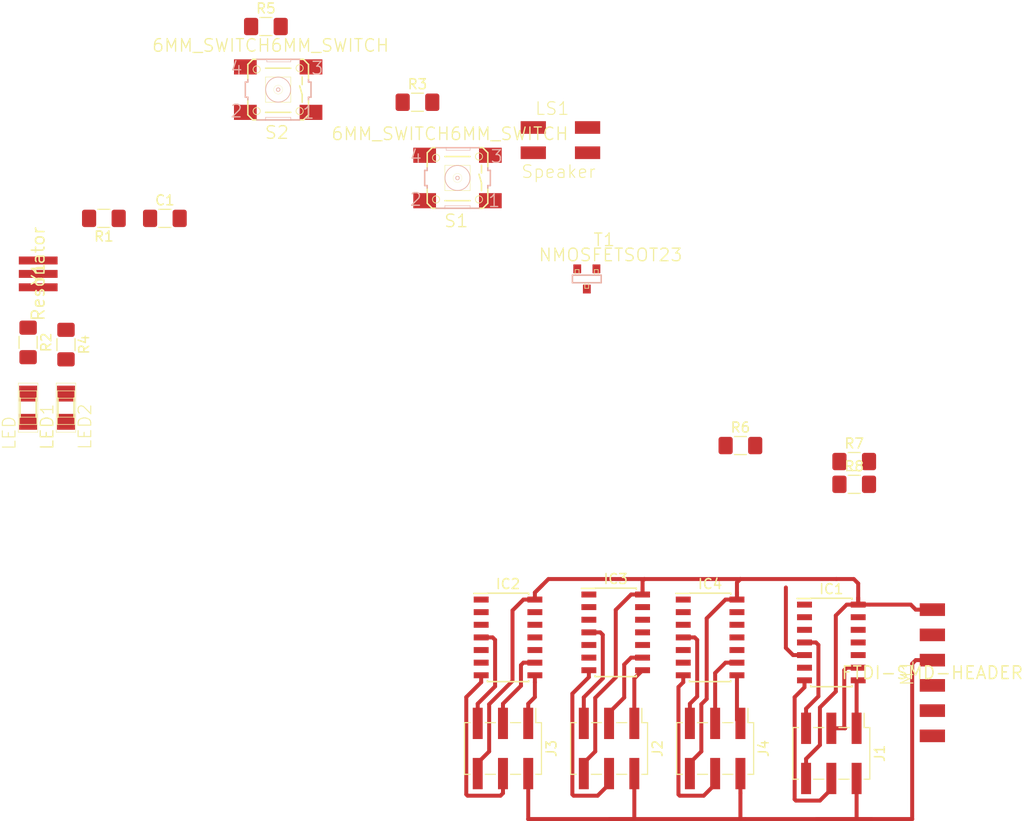
<source format=kicad_pcb>
(kicad_pcb (version 20171130) (host pcbnew 5.0.0)

  (general
    (thickness 1.6)
    (drawings 0)
    (tracks 141)
    (zones 0)
    (modules 25)
    (nets 64)
  )

  (page A4)
  (layers
    (0 F.Cu signal)
    (31 B.Cu signal)
    (32 B.Adhes user)
    (33 F.Adhes user)
    (34 B.Paste user)
    (35 F.Paste user)
    (36 B.SilkS user)
    (37 F.SilkS user)
    (38 B.Mask user)
    (39 F.Mask user hide)
    (40 Dwgs.User user)
    (41 Cmts.User user)
    (42 Eco1.User user)
    (43 Eco2.User user)
    (44 Edge.Cuts user)
    (45 Margin user)
    (46 B.CrtYd user)
    (47 F.CrtYd user)
    (48 B.Fab user)
    (49 F.Fab user)
  )

  (setup
    (last_trace_width 0.4)
    (trace_clearance 0.45)
    (zone_clearance 0.508)
    (zone_45_only no)
    (trace_min 0.2)
    (segment_width 0.2)
    (edge_width 0.15)
    (via_size 0.8)
    (via_drill 0.4)
    (via_min_size 0.4)
    (via_min_drill 0.3)
    (uvia_size 0.3)
    (uvia_drill 0.1)
    (uvias_allowed no)
    (uvia_min_size 0.2)
    (uvia_min_drill 0.1)
    (pcb_text_width 0.3)
    (pcb_text_size 1.5 1.5)
    (mod_edge_width 0.15)
    (mod_text_size 1 1)
    (mod_text_width 0.15)
    (pad_size 1.524 1.524)
    (pad_drill 0.762)
    (pad_to_mask_clearance 0.2)
    (solder_mask_min_width 0.25)
    (aux_axis_origin 0 0)
    (visible_elements 7FFFFFFF)
    (pcbplotparams
      (layerselection 0x010fc_ffffffff)
      (usegerberextensions false)
      (usegerberattributes false)
      (usegerberadvancedattributes false)
      (creategerberjobfile false)
      (excludeedgelayer true)
      (linewidth 0.100000)
      (plotframeref false)
      (viasonmask false)
      (mode 1)
      (useauxorigin false)
      (hpglpennumber 1)
      (hpglpenspeed 20)
      (hpglpendiameter 15.000000)
      (psnegative false)
      (psa4output false)
      (plotreference true)
      (plotvalue true)
      (plotinvisibletext false)
      (padsonsilk false)
      (subtractmaskfromsilk false)
      (outputformat 1)
      (mirror false)
      (drillshape 1)
      (scaleselection 1)
      (outputdirectory "./"))
  )

  (net 0 "")
  (net 1 +5V)
  (net 2 "Net-(IC1-Pad2)")
  (net 3 "Net-(IC1-Pad3)")
  (net 4 "Net-(IC1-Pad4)")
  (net 5 /LED1)
  (net 6 /MOSI)
  (net 7 /MISO)
  (net 8 /SCK)
  (net 9 "Net-(IC1-Pad10)")
  (net 10 "Net-(IC1-Pad12)")
  (net 11 "Net-(IC1-Pad13)")
  (net 12 "Net-(LED1-Pad1)")
  (net 13 "Net-(M1-Pad2)")
  (net 14 "Net-(M1-Pad6)")
  (net 15 "Net-(S1-Pad1)")
  (net 16 "Net-(S1-Pad3)")
  (net 17 "Net-(R3-Pad2)")
  (net 18 /LED2)
  (net 19 "Net-(LED2-Pad1)")
  (net 20 "Net-(R5-Pad2)")
  (net 21 "Net-(S2-Pad1)")
  (net 22 "Net-(S2-Pad3)")
  (net 23 "Net-(LS1-Pad1)")
  (net 24 "Net-(T1-Pad3)")
  (net 25 Earth)
  (net 26 "Net-(IC1-Pad6)")
  (net 27 /CLOCKME)
  (net 28 "Net-(IC1-Pad11)")
  (net 29 "Net-(IC2-Pad3)")
  (net 30 "Net-(IC2-Pad4)")
  (net 31 "Net-(IC2-Pad5)")
  (net 32 "Net-(IC2-Pad6)")
  (net 33 /MOSI1)
  (net 34 /MISO1)
  (net 35 /SCK1)
  (net 36 "Net-(IC2-Pad10)")
  (net 37 "Net-(IC2-Pad11)")
  (net 38 "Net-(IC2-Pad12)")
  (net 39 "Net-(IC2-Pad13)")
  (net 40 "Net-(IC3-Pad13)")
  (net 41 "Net-(IC3-Pad12)")
  (net 42 "Net-(IC3-Pad11)")
  (net 43 "Net-(IC3-Pad10)")
  (net 44 /SCK2)
  (net 45 /MISO2)
  (net 46 /MOSI2)
  (net 47 "Net-(IC3-Pad6)")
  (net 48 "Net-(IC3-Pad5)")
  (net 49 "Net-(IC3-Pad4)")
  (net 50 "Net-(IC3-Pad3)")
  (net 51 "Net-(IC4-Pad3)")
  (net 52 "Net-(IC4-Pad4)")
  (net 53 "Net-(IC4-Pad5)")
  (net 54 "Net-(IC4-Pad6)")
  (net 55 /MOSI3)
  (net 56 /MISO3)
  (net 57 /SCK3)
  (net 58 "Net-(IC4-Pad10)")
  (net 59 "Net-(IC4-Pad11)")
  (net 60 "Net-(IC4-Pad12)")
  (net 61 "Net-(IC4-Pad13)")
  (net 62 "Net-(R3-Pad1)")
  (net 63 "Net-(R5-Pad1)")

  (net_class Default "This is the default net class."
    (clearance 0.45)
    (trace_width 0.4)
    (via_dia 0.8)
    (via_drill 0.4)
    (uvia_dia 0.3)
    (uvia_drill 0.1)
    (diff_pair_gap 0.25)
    (diff_pair_width 0.4)
    (add_net +5V)
    (add_net /CLOCKME)
    (add_net /LED1)
    (add_net /LED2)
    (add_net /MISO)
    (add_net /MISO1)
    (add_net /MISO2)
    (add_net /MISO3)
    (add_net /MOSI)
    (add_net /MOSI1)
    (add_net /MOSI2)
    (add_net /MOSI3)
    (add_net /SCK)
    (add_net /SCK1)
    (add_net /SCK2)
    (add_net /SCK3)
    (add_net Earth)
    (add_net "Net-(IC1-Pad10)")
    (add_net "Net-(IC1-Pad11)")
    (add_net "Net-(IC1-Pad12)")
    (add_net "Net-(IC1-Pad13)")
    (add_net "Net-(IC1-Pad2)")
    (add_net "Net-(IC1-Pad3)")
    (add_net "Net-(IC1-Pad4)")
    (add_net "Net-(IC1-Pad6)")
    (add_net "Net-(IC2-Pad10)")
    (add_net "Net-(IC2-Pad11)")
    (add_net "Net-(IC2-Pad12)")
    (add_net "Net-(IC2-Pad13)")
    (add_net "Net-(IC2-Pad3)")
    (add_net "Net-(IC2-Pad4)")
    (add_net "Net-(IC2-Pad5)")
    (add_net "Net-(IC2-Pad6)")
    (add_net "Net-(IC3-Pad10)")
    (add_net "Net-(IC3-Pad11)")
    (add_net "Net-(IC3-Pad12)")
    (add_net "Net-(IC3-Pad13)")
    (add_net "Net-(IC3-Pad3)")
    (add_net "Net-(IC3-Pad4)")
    (add_net "Net-(IC3-Pad5)")
    (add_net "Net-(IC3-Pad6)")
    (add_net "Net-(IC4-Pad10)")
    (add_net "Net-(IC4-Pad11)")
    (add_net "Net-(IC4-Pad12)")
    (add_net "Net-(IC4-Pad13)")
    (add_net "Net-(IC4-Pad3)")
    (add_net "Net-(IC4-Pad4)")
    (add_net "Net-(IC4-Pad5)")
    (add_net "Net-(IC4-Pad6)")
    (add_net "Net-(LED1-Pad1)")
    (add_net "Net-(LED2-Pad1)")
    (add_net "Net-(LS1-Pad1)")
    (add_net "Net-(M1-Pad2)")
    (add_net "Net-(M1-Pad6)")
    (add_net "Net-(R3-Pad1)")
    (add_net "Net-(R3-Pad2)")
    (add_net "Net-(R5-Pad1)")
    (add_net "Net-(R5-Pad2)")
    (add_net "Net-(S1-Pad1)")
    (add_net "Net-(S1-Pad3)")
    (add_net "Net-(S2-Pad1)")
    (add_net "Net-(S2-Pad3)")
    (add_net "Net-(T1-Pad3)")
  )

  (module Resistor_SMD:R_1206_3216Metric_Pad1.42x1.75mm_HandSolder (layer F.Cu) (tedit 5B301BBD) (tstamp 5BC2AC74)
    (at 50.8 53.34 180)
    (descr "Resistor SMD 1206 (3216 Metric), square (rectangular) end terminal, IPC_7351 nominal with elongated pad for handsoldering. (Body size source: http://www.tortai-tech.com/upload/download/2011102023233369053.pdf), generated with kicad-footprint-generator")
    (tags "resistor handsolder")
    (path /5BB652E2)
    (attr smd)
    (fp_text reference R1 (at 0 -1.82 180) (layer F.SilkS)
      (effects (font (size 1 1) (thickness 0.15)))
    )
    (fp_text value 10k (at 0 1.82 180) (layer F.Fab)
      (effects (font (size 1 1) (thickness 0.15)))
    )
    (fp_line (start -1.6 0.8) (end -1.6 -0.8) (layer F.Fab) (width 0.1))
    (fp_line (start -1.6 -0.8) (end 1.6 -0.8) (layer F.Fab) (width 0.1))
    (fp_line (start 1.6 -0.8) (end 1.6 0.8) (layer F.Fab) (width 0.1))
    (fp_line (start 1.6 0.8) (end -1.6 0.8) (layer F.Fab) (width 0.1))
    (fp_line (start -0.602064 -0.91) (end 0.602064 -0.91) (layer F.SilkS) (width 0.12))
    (fp_line (start -0.602064 0.91) (end 0.602064 0.91) (layer F.SilkS) (width 0.12))
    (fp_line (start -2.45 1.12) (end -2.45 -1.12) (layer F.CrtYd) (width 0.05))
    (fp_line (start -2.45 -1.12) (end 2.45 -1.12) (layer F.CrtYd) (width 0.05))
    (fp_line (start 2.45 -1.12) (end 2.45 1.12) (layer F.CrtYd) (width 0.05))
    (fp_line (start 2.45 1.12) (end -2.45 1.12) (layer F.CrtYd) (width 0.05))
    (fp_text user %R (at 0 0 180) (layer F.Fab)
      (effects (font (size 0.8 0.8) (thickness 0.12)))
    )
    (pad 1 smd roundrect (at -1.4875 0 180) (size 1.425 1.75) (layers F.Cu F.Paste F.Mask) (roundrect_rratio 0.175439)
      (net 4 "Net-(IC1-Pad4)"))
    (pad 2 smd roundrect (at 1.4875 0 180) (size 1.425 1.75) (layers F.Cu F.Paste F.Mask) (roundrect_rratio 0.175439)
      (net 1 +5V))
    (model ${KISYS3DMOD}/Resistor_SMD.3dshapes/R_1206_3216Metric.wrl
      (at (xyz 0 0 0))
      (scale (xyz 1 1 1))
      (rotate (xyz 0 0 0))
    )
  )

  (module fab:fab-1X06SMD (layer F.Cu) (tedit 200000) (tstamp 5BC2AC63)
    (at 134.112 99.06)
    (path /5BB6A60E)
    (attr smd)
    (fp_text reference M1 (at -2.54 0 90) (layer F.SilkS)
      (effects (font (size 1.27 1.27) (thickness 0.1016)))
    )
    (fp_text value FTDI-SMD-HEADER (at 0 0) (layer F.SilkS)
      (effects (font (size 1.27 1.27) (thickness 0.15)))
    )
    (pad 1 smd rect (at 0 -6.35) (size 2.54 1.27) (layers F.Cu F.Paste F.Mask)
      (net 25 Earth))
    (pad 2 smd rect (at 0 -3.81) (size 2.54 1.27) (layers F.Cu F.Paste F.Mask)
      (net 13 "Net-(M1-Pad2)"))
    (pad 3 smd rect (at 0 -1.27) (size 2.54 1.27) (layers F.Cu F.Paste F.Mask)
      (net 1 +5V))
    (pad 4 smd rect (at 0 1.27) (size 2.54 1.27) (layers F.Cu F.Paste F.Mask)
      (net 11 "Net-(IC1-Pad13)"))
    (pad 5 smd rect (at 0 3.81) (size 2.54 1.27) (layers F.Cu F.Paste F.Mask)
      (net 10 "Net-(IC1-Pad12)"))
    (pad 6 smd rect (at 0 6.35) (size 2.54 1.27) (layers F.Cu F.Paste F.Mask)
      (net 14 "Net-(M1-Pad6)"))
  )

  (module Connector_PinHeader_2.54mm:PinHeader_2x03_P2.54mm_Vertical_SMD (layer F.Cu) (tedit 59FED5CC) (tstamp 5BC2AC45)
    (at 123.952 107.173 270)
    (descr "surface-mounted straight pin header, 2x03, 2.54mm pitch, double rows")
    (tags "Surface mounted pin header SMD 2x03 2.54mm double row")
    (path /5BB66480)
    (attr smd)
    (fp_text reference J1 (at 0 -4.87 270) (layer F.SilkS)
      (effects (font (size 1 1) (thickness 0.15)))
    )
    (fp_text value AVR-ISP-6 (at 0 4.87 270) (layer F.Fab)
      (effects (font (size 1 1) (thickness 0.15)))
    )
    (fp_line (start 2.54 3.81) (end -2.54 3.81) (layer F.Fab) (width 0.1))
    (fp_line (start -1.59 -3.81) (end 2.54 -3.81) (layer F.Fab) (width 0.1))
    (fp_line (start -2.54 3.81) (end -2.54 -2.86) (layer F.Fab) (width 0.1))
    (fp_line (start -2.54 -2.86) (end -1.59 -3.81) (layer F.Fab) (width 0.1))
    (fp_line (start 2.54 -3.81) (end 2.54 3.81) (layer F.Fab) (width 0.1))
    (fp_line (start -2.54 -2.86) (end -3.6 -2.86) (layer F.Fab) (width 0.1))
    (fp_line (start -3.6 -2.86) (end -3.6 -2.22) (layer F.Fab) (width 0.1))
    (fp_line (start -3.6 -2.22) (end -2.54 -2.22) (layer F.Fab) (width 0.1))
    (fp_line (start 2.54 -2.86) (end 3.6 -2.86) (layer F.Fab) (width 0.1))
    (fp_line (start 3.6 -2.86) (end 3.6 -2.22) (layer F.Fab) (width 0.1))
    (fp_line (start 3.6 -2.22) (end 2.54 -2.22) (layer F.Fab) (width 0.1))
    (fp_line (start -2.54 -0.32) (end -3.6 -0.32) (layer F.Fab) (width 0.1))
    (fp_line (start -3.6 -0.32) (end -3.6 0.32) (layer F.Fab) (width 0.1))
    (fp_line (start -3.6 0.32) (end -2.54 0.32) (layer F.Fab) (width 0.1))
    (fp_line (start 2.54 -0.32) (end 3.6 -0.32) (layer F.Fab) (width 0.1))
    (fp_line (start 3.6 -0.32) (end 3.6 0.32) (layer F.Fab) (width 0.1))
    (fp_line (start 3.6 0.32) (end 2.54 0.32) (layer F.Fab) (width 0.1))
    (fp_line (start -2.54 2.22) (end -3.6 2.22) (layer F.Fab) (width 0.1))
    (fp_line (start -3.6 2.22) (end -3.6 2.86) (layer F.Fab) (width 0.1))
    (fp_line (start -3.6 2.86) (end -2.54 2.86) (layer F.Fab) (width 0.1))
    (fp_line (start 2.54 2.22) (end 3.6 2.22) (layer F.Fab) (width 0.1))
    (fp_line (start 3.6 2.22) (end 3.6 2.86) (layer F.Fab) (width 0.1))
    (fp_line (start 3.6 2.86) (end 2.54 2.86) (layer F.Fab) (width 0.1))
    (fp_line (start -2.6 -3.87) (end 2.6 -3.87) (layer F.SilkS) (width 0.12))
    (fp_line (start -2.6 3.87) (end 2.6 3.87) (layer F.SilkS) (width 0.12))
    (fp_line (start -4.04 -3.3) (end -2.6 -3.3) (layer F.SilkS) (width 0.12))
    (fp_line (start -2.6 -3.87) (end -2.6 -3.3) (layer F.SilkS) (width 0.12))
    (fp_line (start 2.6 -3.87) (end 2.6 -3.3) (layer F.SilkS) (width 0.12))
    (fp_line (start -2.6 3.3) (end -2.6 3.87) (layer F.SilkS) (width 0.12))
    (fp_line (start 2.6 3.3) (end 2.6 3.87) (layer F.SilkS) (width 0.12))
    (fp_line (start -2.6 -1.78) (end -2.6 -0.76) (layer F.SilkS) (width 0.12))
    (fp_line (start 2.6 -1.78) (end 2.6 -0.76) (layer F.SilkS) (width 0.12))
    (fp_line (start -2.6 0.76) (end -2.6 1.78) (layer F.SilkS) (width 0.12))
    (fp_line (start 2.6 0.76) (end 2.6 1.78) (layer F.SilkS) (width 0.12))
    (fp_line (start -5.9 -4.35) (end -5.9 4.35) (layer F.CrtYd) (width 0.05))
    (fp_line (start -5.9 4.35) (end 5.9 4.35) (layer F.CrtYd) (width 0.05))
    (fp_line (start 5.9 4.35) (end 5.9 -4.35) (layer F.CrtYd) (width 0.05))
    (fp_line (start 5.9 -4.35) (end -5.9 -4.35) (layer F.CrtYd) (width 0.05))
    (fp_text user %R (at 0 0) (layer F.Fab)
      (effects (font (size 1 1) (thickness 0.15)))
    )
    (pad 1 smd rect (at -2.525 -2.54 270) (size 3.15 1) (layers F.Cu F.Paste F.Mask)
      (net 7 /MISO))
    (pad 2 smd rect (at 2.525 -2.54 270) (size 3.15 1) (layers F.Cu F.Paste F.Mask)
      (net 1 +5V))
    (pad 3 smd rect (at -2.525 0 270) (size 3.15 1) (layers F.Cu F.Paste F.Mask)
      (net 8 /SCK))
    (pad 4 smd rect (at 2.525 0 270) (size 3.15 1) (layers F.Cu F.Paste F.Mask)
      (net 6 /MOSI))
    (pad 5 smd rect (at -2.525 2.54 270) (size 3.15 1) (layers F.Cu F.Paste F.Mask)
      (net 4 "Net-(IC1-Pad4)"))
    (pad 6 smd rect (at 2.525 2.54 270) (size 3.15 1) (layers F.Cu F.Paste F.Mask)
      (net 25 Earth))
    (model ${KISYS3DMOD}/Connector_PinHeader_2.54mm.3dshapes/PinHeader_2x03_P2.54mm_Vertical_SMD.wrl
      (at (xyz 0 0 0))
      (scale (xyz 1 1 1))
      (rotate (xyz 0 0 0))
    )
  )

  (module fab:fab-LED1206 (layer F.Cu) (tedit 5BB7D3BE) (tstamp 5BC2AC59)
    (at 43.18 72.39 270)
    (descr "LED 1206 PADS (STANDARD PATTERN)")
    (tags "LED 1206 PADS (STANDARD PATTERN)")
    (path /5BB6E9C2)
    (attr smd)
    (fp_text reference LED1 (at 1.905 -1.905 270) (layer F.SilkS)
      (effects (font (size 1.27 1.27) (thickness 0.1016)))
    )
    (fp_text value LED (at 2.54 1.905 270) (layer F.SilkS)
      (effects (font (size 1.27 1.27) (thickness 0.1016)))
    )
    (fp_line (start -1.6891 0.8763) (end -0.9525 0.8763) (layer F.SilkS) (width 0.06604))
    (fp_line (start -0.9525 0.8763) (end -0.9525 -0.8763) (layer F.SilkS) (width 0.06604))
    (fp_line (start -1.6891 -0.8763) (end -0.9525 -0.8763) (layer F.SilkS) (width 0.06604))
    (fp_line (start -1.6891 0.8763) (end -1.6891 -0.8763) (layer F.SilkS) (width 0.06604))
    (fp_line (start 0.9525 0.8763) (end 1.6891 0.8763) (layer F.SilkS) (width 0.06604))
    (fp_line (start 1.6891 0.8763) (end 1.6891 -0.8763) (layer F.SilkS) (width 0.06604))
    (fp_line (start 0.9525 -0.8763) (end 1.6891 -0.8763) (layer F.SilkS) (width 0.06604))
    (fp_line (start 0.9525 0.8763) (end 0.9525 -0.8763) (layer F.SilkS) (width 0.06604))
    (fp_line (start 0.9525 0.8128) (end -0.9652 0.8128) (layer F.SilkS) (width 0.1524))
    (fp_line (start 0.9525 -0.8128) (end -0.9652 -0.8128) (layer F.SilkS) (width 0.1524))
    (fp_line (start -2.47142 -0.98298) (end 2.47142 -0.98298) (layer F.SilkS) (width 0.0508))
    (fp_line (start 2.47142 -0.98298) (end 2.47142 0.98298) (layer F.SilkS) (width 0.0508))
    (fp_line (start 2.47142 0.98298) (end -2.47142 0.98298) (layer F.SilkS) (width 0.0508))
    (fp_line (start -2.47142 0.98298) (end -2.47142 -0.98298) (layer F.SilkS) (width 0.0508))
    (pad 1 smd rect (at -1.41986 0 270) (size 1.59766 1.80086) (layers F.Cu F.Paste F.Mask)
      (net 12 "Net-(LED1-Pad1)"))
    (pad 2 smd rect (at 1.41986 0 270) (size 1.59766 1.80086) (layers F.Cu F.Paste F.Mask)
      (net 25 Earth))
  )

  (module Capacitor_SMD:C_1206_3216Metric_Pad1.42x1.75mm_HandSolder (layer F.Cu) (tedit 5B301BBE) (tstamp 5BC2AC14)
    (at 56.9325 53.34)
    (descr "Capacitor SMD 1206 (3216 Metric), square (rectangular) end terminal, IPC_7351 nominal with elongated pad for handsoldering. (Body size source: http://www.tortai-tech.com/upload/download/2011102023233369053.pdf), generated with kicad-footprint-generator")
    (tags "capacitor handsolder")
    (path /5BB665F6)
    (attr smd)
    (fp_text reference C1 (at 0 -1.82) (layer F.SilkS)
      (effects (font (size 1 1) (thickness 0.15)))
    )
    (fp_text value "1 uF" (at 0 1.82) (layer F.Fab)
      (effects (font (size 1 1) (thickness 0.15)))
    )
    (fp_line (start -1.6 0.8) (end -1.6 -0.8) (layer F.Fab) (width 0.1))
    (fp_line (start -1.6 -0.8) (end 1.6 -0.8) (layer F.Fab) (width 0.1))
    (fp_line (start 1.6 -0.8) (end 1.6 0.8) (layer F.Fab) (width 0.1))
    (fp_line (start 1.6 0.8) (end -1.6 0.8) (layer F.Fab) (width 0.1))
    (fp_line (start -0.602064 -0.91) (end 0.602064 -0.91) (layer F.SilkS) (width 0.12))
    (fp_line (start -0.602064 0.91) (end 0.602064 0.91) (layer F.SilkS) (width 0.12))
    (fp_line (start -2.45 1.12) (end -2.45 -1.12) (layer F.CrtYd) (width 0.05))
    (fp_line (start -2.45 -1.12) (end 2.45 -1.12) (layer F.CrtYd) (width 0.05))
    (fp_line (start 2.45 -1.12) (end 2.45 1.12) (layer F.CrtYd) (width 0.05))
    (fp_line (start 2.45 1.12) (end -2.45 1.12) (layer F.CrtYd) (width 0.05))
    (fp_text user %R (at 0 0) (layer F.Fab)
      (effects (font (size 0.8 0.8) (thickness 0.12)))
    )
    (pad 1 smd roundrect (at -1.4875 0) (size 1.425 1.75) (layers F.Cu F.Paste F.Mask) (roundrect_rratio 0.175439)
      (net 1 +5V))
    (pad 2 smd roundrect (at 1.4875 0) (size 1.425 1.75) (layers F.Cu F.Paste F.Mask) (roundrect_rratio 0.175439)
      (net 25 Earth))
    (model ${KISYS3DMOD}/Capacitor_SMD.3dshapes/C_1206_3216Metric.wrl
      (at (xyz 0 0 0))
      (scale (xyz 1 1 1))
      (rotate (xyz 0 0 0))
    )
  )

  (module fab:fab-EFOBM (layer F.Cu) (tedit 200000) (tstamp 5BC2ACCA)
    (at 44.196 58.928 270)
    (path /5BB680EC)
    (attr smd)
    (fp_text reference Y1 (at 0 0 270) (layer F.SilkS)
      (effects (font (size 1.27 1.27) (thickness 0.15)))
    )
    (fp_text value Resonator (at 0 0 270) (layer F.SilkS)
      (effects (font (size 1.27 1.27) (thickness 0.15)))
    )
    (pad 1 smd rect (at -1.34874 0) (size 3.8989 0.79756) (layers F.Cu F.Paste F.Mask)
      (net 2 "Net-(IC1-Pad2)"))
    (pad 2 smd rect (at 0 0 180) (size 3.8989 0.79756) (layers F.Cu F.Paste F.Mask)
      (net 25 Earth))
    (pad 3 smd rect (at 1.34874 0 180) (size 3.8989 0.79756) (layers F.Cu F.Paste F.Mask)
      (net 3 "Net-(IC1-Pad3)"))
  )

  (module fab:fab-6MM_SWITCH (layer F.Cu) (tedit 200000) (tstamp 5BDFDD3D)
    (at 68.326 40.386 180)
    (descr "OMRON SWITCH")
    (tags "OMRON SWITCH")
    (path /5BD4F771)
    (attr smd)
    (fp_text reference S2 (at 0.127 -4.318 180) (layer F.SilkS)
      (effects (font (size 1.27 1.27) (thickness 0.127)))
    )
    (fp_text value 6MM_SWITCH6MM_SWITCH (at 0.762 4.445 180) (layer F.SilkS)
      (effects (font (size 1.27 1.27) (thickness 0.127)))
    )
    (fp_line (start 3.302 0.762) (end 3.048 0.762) (layer B.SilkS) (width 0.1524))
    (fp_line (start 3.302 0.762) (end 3.302 -0.762) (layer B.SilkS) (width 0.1524))
    (fp_line (start 3.048 -0.762) (end 3.302 -0.762) (layer B.SilkS) (width 0.1524))
    (fp_line (start 3.048 -1.016) (end 3.048 -2.54) (layer F.SilkS) (width 0.1524))
    (fp_line (start -3.302 -0.762) (end -3.048 -0.762) (layer B.SilkS) (width 0.1524))
    (fp_line (start -3.302 -0.762) (end -3.302 0.762) (layer B.SilkS) (width 0.1524))
    (fp_line (start -3.048 0.762) (end -3.302 0.762) (layer B.SilkS) (width 0.1524))
    (fp_line (start 3.048 -2.54) (end 2.54 -3.048) (layer F.SilkS) (width 0.1524))
    (fp_line (start 2.54 3.048) (end 3.048 2.54) (layer F.SilkS) (width 0.1524))
    (fp_line (start 3.048 2.54) (end 3.048 1.016) (layer F.SilkS) (width 0.1524))
    (fp_line (start -2.54 -3.048) (end -3.048 -2.54) (layer F.SilkS) (width 0.1524))
    (fp_line (start -3.048 -2.54) (end -3.048 -1.016) (layer F.SilkS) (width 0.1524))
    (fp_line (start -2.54 3.048) (end -3.048 2.54) (layer F.SilkS) (width 0.1524))
    (fp_line (start -3.048 2.54) (end -3.048 1.016) (layer F.SilkS) (width 0.1524))
    (fp_line (start -1.27 -1.27) (end -1.27 1.27) (layer F.SilkS) (width 0.0508))
    (fp_line (start 1.27 1.27) (end -1.27 1.27) (layer F.SilkS) (width 0.0508))
    (fp_line (start 1.27 1.27) (end 1.27 -1.27) (layer F.SilkS) (width 0.0508))
    (fp_line (start -1.27 -1.27) (end 1.27 -1.27) (layer F.SilkS) (width 0.0508))
    (fp_line (start -1.27 -3.048) (end -1.27 -2.794) (layer B.SilkS) (width 0.0508))
    (fp_line (start 1.27 -2.794) (end -1.27 -2.794) (layer B.SilkS) (width 0.0508))
    (fp_line (start 1.27 -2.794) (end 1.27 -3.048) (layer B.SilkS) (width 0.0508))
    (fp_line (start 1.143 2.794) (end -1.27 2.794) (layer B.SilkS) (width 0.0508))
    (fp_line (start 1.143 2.794) (end 1.143 3.048) (layer B.SilkS) (width 0.0508))
    (fp_line (start -1.27 2.794) (end -1.27 3.048) (layer B.SilkS) (width 0.0508))
    (fp_line (start 2.54 3.048) (end 2.159 3.048) (layer F.SilkS) (width 0.1524))
    (fp_line (start -2.54 3.048) (end -2.159 3.048) (layer F.SilkS) (width 0.1524))
    (fp_line (start -2.159 3.048) (end -1.27 3.048) (layer B.SilkS) (width 0.1524))
    (fp_line (start -2.54 -3.048) (end -2.159 -3.048) (layer F.SilkS) (width 0.1524))
    (fp_line (start 2.54 -3.048) (end 2.159 -3.048) (layer F.SilkS) (width 0.1524))
    (fp_line (start 2.159 -3.048) (end 1.27 -3.048) (layer B.SilkS) (width 0.1524))
    (fp_line (start 1.27 -3.048) (end -1.27 -3.048) (layer B.SilkS) (width 0.1524))
    (fp_line (start -1.27 -3.048) (end -2.159 -3.048) (layer B.SilkS) (width 0.1524))
    (fp_line (start -1.27 3.048) (end 1.143 3.048) (layer B.SilkS) (width 0.1524))
    (fp_line (start 1.143 3.048) (end 2.159 3.048) (layer B.SilkS) (width 0.1524))
    (fp_line (start 3.048 0.762) (end 3.048 1.016) (layer B.SilkS) (width 0.1524))
    (fp_line (start 3.048 -0.762) (end 3.048 -1.016) (layer B.SilkS) (width 0.1524))
    (fp_line (start -3.048 0.762) (end -3.048 1.016) (layer B.SilkS) (width 0.1524))
    (fp_line (start -3.048 -0.762) (end -3.048 -1.016) (layer B.SilkS) (width 0.1524))
    (fp_line (start -1.27 2.159) (end 1.27 2.159) (layer F.SilkS) (width 0.1524))
    (fp_line (start 1.27 -2.286) (end -1.27 -2.286) (layer F.SilkS) (width 0.1524))
    (fp_line (start -2.413 -1.27) (end -2.413 -0.508) (layer F.SilkS) (width 0.1524))
    (fp_line (start -2.413 0.508) (end -2.413 1.27) (layer F.SilkS) (width 0.1524))
    (fp_line (start -2.413 -0.508) (end -2.159 0.381) (layer F.SilkS) (width 0.1524))
    (fp_circle (center 0 0) (end -0.889 0.889) (layer B.SilkS) (width 0.0762))
    (fp_circle (center -2.159 2.159) (end -2.413 2.413) (layer F.SilkS) (width 0.0762))
    (fp_circle (center 2.159 2.032) (end 2.413 2.286) (layer F.SilkS) (width 0.0762))
    (fp_circle (center 2.159 -2.159) (end 2.413 -2.413) (layer F.SilkS) (width 0.0762))
    (fp_circle (center -2.159 -2.159) (end -2.413 -2.413) (layer F.SilkS) (width 0.0762))
    (fp_circle (center 0 0) (end -0.3175 0.3175) (layer F.SilkS) (width 0.0254))
    (fp_circle (center 0 0) (end -0.127 0.127) (layer B.SilkS) (width 0.0762))
    (fp_text user 1 (at -3.048 -2.286 180) (layer B.SilkS)
      (effects (font (size 1.27 1.27) (thickness 0.127)))
    )
    (fp_text user 2 (at 4.191 -2.159 180) (layer B.SilkS)
      (effects (font (size 1.27 1.27) (thickness 0.127)))
    )
    (fp_text user 3 (at -3.937 2.159 180) (layer B.SilkS)
      (effects (font (size 1.27 1.27) (thickness 0.127)))
    )
    (fp_text user 4 (at 4.191 2.159 180) (layer B.SilkS)
      (effects (font (size 1.27 1.27) (thickness 0.127)))
    )
    (pad 1 smd rect (at -3.302 -2.286 180) (size 2.286 1.524) (layers F.Cu F.Paste F.Mask)
      (net 21 "Net-(S2-Pad1)"))
    (pad 2 smd rect (at 3.302 -2.286 180) (size 2.286 1.524) (layers F.Cu F.Paste F.Mask)
      (net 25 Earth))
    (pad 3 smd rect (at -3.302 2.286 180) (size 2.286 1.524) (layers F.Cu F.Paste F.Mask)
      (net 22 "Net-(S2-Pad3)"))
    (pad 4 smd rect (at 3.302 2.286 180) (size 2.286 1.524) (layers F.Cu F.Paste F.Mask)
      (net 20 "Net-(R5-Pad2)"))
  )

  (module fab:fab-2X02SMD (layer F.Cu) (tedit 200000) (tstamp 5BEBE77F)
    (at 96.52 45.466)
    (path /5BD39ECD)
    (attr smd)
    (fp_text reference LS1 (at -0.635 -3.175) (layer F.SilkS)
      (effects (font (size 1.27 1.27) (thickness 0.1016)))
    )
    (fp_text value Speaker (at 0 3.175) (layer F.SilkS)
      (effects (font (size 1.27 1.27) (thickness 0.1016)))
    )
    (pad 1 smd rect (at -2.54 -1.27) (size 2.54 1.27) (layers F.Cu F.Paste F.Mask)
      (net 23 "Net-(LS1-Pad1)"))
    (pad 2 smd rect (at 2.91846 -1.27) (size 2.54 1.27) (layers F.Cu F.Paste F.Mask)
      (net 1 +5V))
    (pad 3 smd rect (at -2.54 1.27) (size 2.54 1.27) (layers F.Cu F.Paste F.Mask))
    (pad 4 smd rect (at 2.91846 1.27) (size 2.54 1.27) (layers F.Cu F.Paste F.Mask))
  )

  (module Resistor_SMD:R_1206_3216Metric_Pad1.42x1.75mm_HandSolder (layer F.Cu) (tedit 5B301BBD) (tstamp 5BC2AC85)
    (at 43.18 65.8225 270)
    (descr "Resistor SMD 1206 (3216 Metric), square (rectangular) end terminal, IPC_7351 nominal with elongated pad for handsoldering. (Body size source: http://www.tortai-tech.com/upload/download/2011102023233369053.pdf), generated with kicad-footprint-generator")
    (tags "resistor handsolder")
    (path /5BB6EA41)
    (attr smd)
    (fp_text reference R2 (at 0 -1.82 270) (layer F.SilkS)
      (effects (font (size 1 1) (thickness 0.15)))
    )
    (fp_text value 100k (at 0 1.82 270) (layer F.Fab)
      (effects (font (size 1 1) (thickness 0.15)))
    )
    (fp_text user %R (at 0 0 270) (layer F.Fab)
      (effects (font (size 0.8 0.8) (thickness 0.12)))
    )
    (fp_line (start 2.45 1.12) (end -2.45 1.12) (layer F.CrtYd) (width 0.05))
    (fp_line (start 2.45 -1.12) (end 2.45 1.12) (layer F.CrtYd) (width 0.05))
    (fp_line (start -2.45 -1.12) (end 2.45 -1.12) (layer F.CrtYd) (width 0.05))
    (fp_line (start -2.45 1.12) (end -2.45 -1.12) (layer F.CrtYd) (width 0.05))
    (fp_line (start -0.602064 0.91) (end 0.602064 0.91) (layer F.SilkS) (width 0.12))
    (fp_line (start -0.602064 -0.91) (end 0.602064 -0.91) (layer F.SilkS) (width 0.12))
    (fp_line (start 1.6 0.8) (end -1.6 0.8) (layer F.Fab) (width 0.1))
    (fp_line (start 1.6 -0.8) (end 1.6 0.8) (layer F.Fab) (width 0.1))
    (fp_line (start -1.6 -0.8) (end 1.6 -0.8) (layer F.Fab) (width 0.1))
    (fp_line (start -1.6 0.8) (end -1.6 -0.8) (layer F.Fab) (width 0.1))
    (pad 2 smd roundrect (at 1.4875 0 270) (size 1.425 1.75) (layers F.Cu F.Paste F.Mask) (roundrect_rratio 0.175439)
      (net 12 "Net-(LED1-Pad1)"))
    (pad 1 smd roundrect (at -1.4875 0 270) (size 1.425 1.75) (layers F.Cu F.Paste F.Mask) (roundrect_rratio 0.175439)
      (net 5 /LED1))
    (model ${KISYS3DMOD}/Resistor_SMD.3dshapes/R_1206_3216Metric.wrl
      (at (xyz 0 0 0))
      (scale (xyz 1 1 1))
      (rotate (xyz 0 0 0))
    )
  )

  (module Resistor_SMD:R_1206_3216Metric_Pad1.42x1.75mm_HandSolder (layer F.Cu) (tedit 5B301BBD) (tstamp 5BDFDCEE)
    (at 46.99 66.04 270)
    (descr "Resistor SMD 1206 (3216 Metric), square (rectangular) end terminal, IPC_7351 nominal with elongated pad for handsoldering. (Body size source: http://www.tortai-tech.com/upload/download/2011102023233369053.pdf), generated with kicad-footprint-generator")
    (tags "resistor handsolder")
    (path /5BD4E9CE)
    (attr smd)
    (fp_text reference R4 (at 0 -1.82 270) (layer F.SilkS)
      (effects (font (size 1 1) (thickness 0.15)))
    )
    (fp_text value 100k (at 0 1.82 270) (layer F.Fab)
      (effects (font (size 1 1) (thickness 0.15)))
    )
    (fp_line (start -1.6 0.8) (end -1.6 -0.8) (layer F.Fab) (width 0.1))
    (fp_line (start -1.6 -0.8) (end 1.6 -0.8) (layer F.Fab) (width 0.1))
    (fp_line (start 1.6 -0.8) (end 1.6 0.8) (layer F.Fab) (width 0.1))
    (fp_line (start 1.6 0.8) (end -1.6 0.8) (layer F.Fab) (width 0.1))
    (fp_line (start -0.602064 -0.91) (end 0.602064 -0.91) (layer F.SilkS) (width 0.12))
    (fp_line (start -0.602064 0.91) (end 0.602064 0.91) (layer F.SilkS) (width 0.12))
    (fp_line (start -2.45 1.12) (end -2.45 -1.12) (layer F.CrtYd) (width 0.05))
    (fp_line (start -2.45 -1.12) (end 2.45 -1.12) (layer F.CrtYd) (width 0.05))
    (fp_line (start 2.45 -1.12) (end 2.45 1.12) (layer F.CrtYd) (width 0.05))
    (fp_line (start 2.45 1.12) (end -2.45 1.12) (layer F.CrtYd) (width 0.05))
    (fp_text user %R (at 0 0 270) (layer F.Fab)
      (effects (font (size 0.8 0.8) (thickness 0.12)))
    )
    (pad 1 smd roundrect (at -1.4875 0 270) (size 1.425 1.75) (layers F.Cu F.Paste F.Mask) (roundrect_rratio 0.175439)
      (net 18 /LED2))
    (pad 2 smd roundrect (at 1.4875 0 270) (size 1.425 1.75) (layers F.Cu F.Paste F.Mask) (roundrect_rratio 0.175439)
      (net 19 "Net-(LED2-Pad1)"))
    (model ${KISYS3DMOD}/Resistor_SMD.3dshapes/R_1206_3216Metric.wrl
      (at (xyz 0 0 0))
      (scale (xyz 1 1 1))
      (rotate (xyz 0 0 0))
    )
  )

  (module Resistor_SMD:R_1206_3216Metric_Pad1.42x1.75mm_HandSolder (layer F.Cu) (tedit 5B301BBD) (tstamp 5BC3EBBF)
    (at 82.3325 41.656)
    (descr "Resistor SMD 1206 (3216 Metric), square (rectangular) end terminal, IPC_7351 nominal with elongated pad for handsoldering. (Body size source: http://www.tortai-tech.com/upload/download/2011102023233369053.pdf), generated with kicad-footprint-generator")
    (tags "resistor handsolder")
    (path /5BB8B977)
    (attr smd)
    (fp_text reference R3 (at 0 -1.82) (layer F.SilkS)
      (effects (font (size 1 1) (thickness 0.15)))
    )
    (fp_text value 100k (at 0 1.82) (layer F.Fab)
      (effects (font (size 1 1) (thickness 0.15)))
    )
    (fp_line (start -1.6 0.8) (end -1.6 -0.8) (layer F.Fab) (width 0.1))
    (fp_line (start -1.6 -0.8) (end 1.6 -0.8) (layer F.Fab) (width 0.1))
    (fp_line (start 1.6 -0.8) (end 1.6 0.8) (layer F.Fab) (width 0.1))
    (fp_line (start 1.6 0.8) (end -1.6 0.8) (layer F.Fab) (width 0.1))
    (fp_line (start -0.602064 -0.91) (end 0.602064 -0.91) (layer F.SilkS) (width 0.12))
    (fp_line (start -0.602064 0.91) (end 0.602064 0.91) (layer F.SilkS) (width 0.12))
    (fp_line (start -2.45 1.12) (end -2.45 -1.12) (layer F.CrtYd) (width 0.05))
    (fp_line (start -2.45 -1.12) (end 2.45 -1.12) (layer F.CrtYd) (width 0.05))
    (fp_line (start 2.45 -1.12) (end 2.45 1.12) (layer F.CrtYd) (width 0.05))
    (fp_line (start 2.45 1.12) (end -2.45 1.12) (layer F.CrtYd) (width 0.05))
    (fp_text user %R (at 0 0) (layer F.Fab)
      (effects (font (size 0.8 0.8) (thickness 0.12)))
    )
    (pad 1 smd roundrect (at -1.4875 0) (size 1.425 1.75) (layers F.Cu F.Paste F.Mask) (roundrect_rratio 0.175439)
      (net 62 "Net-(R3-Pad1)"))
    (pad 2 smd roundrect (at 1.4875 0) (size 1.425 1.75) (layers F.Cu F.Paste F.Mask) (roundrect_rratio 0.175439)
      (net 17 "Net-(R3-Pad2)"))
    (model ${KISYS3DMOD}/Resistor_SMD.3dshapes/R_1206_3216Metric.wrl
      (at (xyz 0 0 0))
      (scale (xyz 1 1 1))
      (rotate (xyz 0 0 0))
    )
  )

  (module fab:fab-LED1206 (layer F.Cu) (tedit 200000) (tstamp 5BDFDCDD)
    (at 46.99 72.39 270)
    (descr "LED 1206 PADS (STANDARD PATTERN)")
    (tags "LED 1206 PADS (STANDARD PATTERN)")
    (path /5BD4E9C7)
    (attr smd)
    (fp_text reference LED2 (at 1.905 -1.905 270) (layer F.SilkS)
      (effects (font (size 1.27 1.27) (thickness 0.1016)))
    )
    (fp_text value LED (at 2.54 1.905 270) (layer F.SilkS)
      (effects (font (size 1.27 1.27) (thickness 0.1016)))
    )
    (fp_line (start -1.6891 0.8763) (end -0.9525 0.8763) (layer F.SilkS) (width 0.06604))
    (fp_line (start -0.9525 0.8763) (end -0.9525 -0.8763) (layer F.SilkS) (width 0.06604))
    (fp_line (start -1.6891 -0.8763) (end -0.9525 -0.8763) (layer F.SilkS) (width 0.06604))
    (fp_line (start -1.6891 0.8763) (end -1.6891 -0.8763) (layer F.SilkS) (width 0.06604))
    (fp_line (start 0.9525 0.8763) (end 1.6891 0.8763) (layer F.SilkS) (width 0.06604))
    (fp_line (start 1.6891 0.8763) (end 1.6891 -0.8763) (layer F.SilkS) (width 0.06604))
    (fp_line (start 0.9525 -0.8763) (end 1.6891 -0.8763) (layer F.SilkS) (width 0.06604))
    (fp_line (start 0.9525 0.8763) (end 0.9525 -0.8763) (layer F.SilkS) (width 0.06604))
    (fp_line (start 0.9525 0.8128) (end -0.9652 0.8128) (layer F.SilkS) (width 0.1524))
    (fp_line (start 0.9525 -0.8128) (end -0.9652 -0.8128) (layer F.SilkS) (width 0.1524))
    (fp_line (start -2.47142 -0.98298) (end 2.47142 -0.98298) (layer F.SilkS) (width 0.0508))
    (fp_line (start 2.47142 -0.98298) (end 2.47142 0.98298) (layer F.SilkS) (width 0.0508))
    (fp_line (start 2.47142 0.98298) (end -2.47142 0.98298) (layer F.SilkS) (width 0.0508))
    (fp_line (start -2.47142 0.98298) (end -2.47142 -0.98298) (layer F.SilkS) (width 0.0508))
    (pad 1 smd rect (at -1.41986 0 270) (size 1.59766 1.80086) (layers F.Cu F.Paste F.Mask)
      (net 19 "Net-(LED2-Pad1)"))
    (pad 2 smd rect (at 1.41986 0 270) (size 1.59766 1.80086) (layers F.Cu F.Paste F.Mask)
      (net 25 Earth))
  )

  (module fab:fab-SOT-23 (layer F.Cu) (tedit 200000) (tstamp 5BEBE796)
    (at 99.3394 59.436)
    (descr "SMALL OUTLINE TRANSISTOR")
    (tags "SMALL OUTLINE TRANSISTOR")
    (path /5BD394C2)
    (attr smd)
    (fp_text reference T1 (at 1.778 -3.937) (layer F.SilkS)
      (effects (font (size 1.27 1.27) (thickness 0.127)))
    )
    (fp_text value NMOSFETSOT23 (at 2.413 -2.413) (layer F.SilkS)
      (effects (font (size 1.27 1.27) (thickness 0.127)))
    )
    (fp_line (start 0.7874 -0.4318) (end 1.1684 -0.4318) (layer F.SilkS) (width 0.06604))
    (fp_line (start 1.1684 -0.4318) (end 1.1684 -0.9398) (layer F.SilkS) (width 0.06604))
    (fp_line (start 0.7874 -0.9398) (end 1.1684 -0.9398) (layer F.SilkS) (width 0.06604))
    (fp_line (start 0.7874 -0.4318) (end 0.7874 -0.9398) (layer F.SilkS) (width 0.06604))
    (fp_line (start -1.143 -0.4318) (end -0.762 -0.4318) (layer F.SilkS) (width 0.06604))
    (fp_line (start -0.762 -0.4318) (end -0.762 -0.9398) (layer F.SilkS) (width 0.06604))
    (fp_line (start -1.143 -0.9398) (end -0.762 -0.9398) (layer F.SilkS) (width 0.06604))
    (fp_line (start -1.143 -0.4318) (end -1.143 -0.9398) (layer F.SilkS) (width 0.06604))
    (fp_line (start -0.1778 0.9398) (end 0.2032 0.9398) (layer F.SilkS) (width 0.06604))
    (fp_line (start 0.2032 0.9398) (end 0.2032 0.4318) (layer F.SilkS) (width 0.06604))
    (fp_line (start -0.1778 0.4318) (end 0.2032 0.4318) (layer F.SilkS) (width 0.06604))
    (fp_line (start -0.1778 0.9398) (end -0.1778 0.4318) (layer F.SilkS) (width 0.06604))
    (fp_line (start -1.4224 -0.381) (end 1.4732 -0.381) (layer B.SilkS) (width 0.1524))
    (fp_line (start 1.4732 -0.381) (end 1.4732 0.381) (layer B.SilkS) (width 0.1524))
    (fp_line (start 1.4732 0.381) (end -1.4224 0.381) (layer B.SilkS) (width 0.1524))
    (fp_line (start -1.4224 0.381) (end -1.4224 -0.381) (layer B.SilkS) (width 0.1524))
    (pad 1 smd rect (at 0.0254 1.016) (size 0.7874 0.889) (layers F.Cu F.Paste F.Mask)
      (net 23 "Net-(LS1-Pad1)"))
    (pad 2 smd rect (at -0.9398 -1.016) (size 0.7874 0.889) (layers F.Cu F.Paste F.Mask)
      (net 1 +5V))
    (pad 3 smd rect (at 0.9906 -1.016) (size 0.7874 0.889) (layers F.Cu F.Paste F.Mask)
      (net 24 "Net-(T1-Pad3)"))
  )

  (module Package_SO:SOIC-14_3.9x8.7mm_P1.27mm (layer F.Cu) (tedit 5A02F2D3) (tstamp 5BB6B2C1)
    (at 123.952 96.012)
    (descr "14-Lead Plastic Small Outline (SL) - Narrow, 3.90 mm Body [SOIC] (see Microchip Packaging Specification 00000049BS.pdf)")
    (tags "SOIC 1.27")
    (path /5BB66B58)
    (attr smd)
    (fp_text reference IC1 (at 0 -5.375) (layer F.SilkS)
      (effects (font (size 1 1) (thickness 0.15)))
    )
    (fp_text value t44 (at 0 5.375) (layer F.Fab)
      (effects (font (size 1 1) (thickness 0.15)))
    )
    (fp_text user %R (at 0 0) (layer F.Fab)
      (effects (font (size 0.9 0.9) (thickness 0.135)))
    )
    (fp_line (start -0.95 -4.35) (end 1.95 -4.35) (layer F.Fab) (width 0.15))
    (fp_line (start 1.95 -4.35) (end 1.95 4.35) (layer F.Fab) (width 0.15))
    (fp_line (start 1.95 4.35) (end -1.95 4.35) (layer F.Fab) (width 0.15))
    (fp_line (start -1.95 4.35) (end -1.95 -3.35) (layer F.Fab) (width 0.15))
    (fp_line (start -1.95 -3.35) (end -0.95 -4.35) (layer F.Fab) (width 0.15))
    (fp_line (start -3.7 -4.65) (end -3.7 4.65) (layer F.CrtYd) (width 0.05))
    (fp_line (start 3.7 -4.65) (end 3.7 4.65) (layer F.CrtYd) (width 0.05))
    (fp_line (start -3.7 -4.65) (end 3.7 -4.65) (layer F.CrtYd) (width 0.05))
    (fp_line (start -3.7 4.65) (end 3.7 4.65) (layer F.CrtYd) (width 0.05))
    (fp_line (start -2.075 -4.45) (end -2.075 -4.425) (layer F.SilkS) (width 0.15))
    (fp_line (start 2.075 -4.45) (end 2.075 -4.335) (layer F.SilkS) (width 0.15))
    (fp_line (start 2.075 4.45) (end 2.075 4.335) (layer F.SilkS) (width 0.15))
    (fp_line (start -2.075 4.45) (end -2.075 4.335) (layer F.SilkS) (width 0.15))
    (fp_line (start -2.075 -4.45) (end 2.075 -4.45) (layer F.SilkS) (width 0.15))
    (fp_line (start -2.075 4.45) (end 2.075 4.45) (layer F.SilkS) (width 0.15))
    (fp_line (start -2.075 -4.425) (end -3.45 -4.425) (layer F.SilkS) (width 0.15))
    (pad 1 smd rect (at -2.7 -3.81) (size 1.5 0.6) (layers F.Cu F.Paste F.Mask)
      (net 1 +5V))
    (pad 2 smd rect (at -2.7 -2.54) (size 1.5 0.6) (layers F.Cu F.Paste F.Mask)
      (net 2 "Net-(IC1-Pad2)"))
    (pad 3 smd rect (at -2.7 -1.27) (size 1.5 0.6) (layers F.Cu F.Paste F.Mask)
      (net 3 "Net-(IC1-Pad3)"))
    (pad 4 smd rect (at -2.7 0) (size 1.5 0.6) (layers F.Cu F.Paste F.Mask)
      (net 4 "Net-(IC1-Pad4)"))
    (pad 5 smd rect (at -2.7 1.27) (size 1.5 0.6) (layers F.Cu F.Paste F.Mask)
      (net 27 /CLOCKME))
    (pad 6 smd rect (at -2.7 2.54) (size 1.5 0.6) (layers F.Cu F.Paste F.Mask)
      (net 26 "Net-(IC1-Pad6)"))
    (pad 7 smd rect (at -2.7 3.81) (size 1.5 0.6) (layers F.Cu F.Paste F.Mask)
      (net 6 /MOSI))
    (pad 8 smd rect (at 2.7 3.81) (size 1.5 0.6) (layers F.Cu F.Paste F.Mask)
      (net 7 /MISO))
    (pad 9 smd rect (at 2.7 2.54) (size 1.5 0.6) (layers F.Cu F.Paste F.Mask)
      (net 8 /SCK))
    (pad 10 smd rect (at 2.7 1.27) (size 1.5 0.6) (layers F.Cu F.Paste F.Mask)
      (net 9 "Net-(IC1-Pad10)"))
    (pad 11 smd rect (at 2.7 0) (size 1.5 0.6) (layers F.Cu F.Paste F.Mask)
      (net 28 "Net-(IC1-Pad11)"))
    (pad 12 smd rect (at 2.7 -1.27) (size 1.5 0.6) (layers F.Cu F.Paste F.Mask)
      (net 10 "Net-(IC1-Pad12)"))
    (pad 13 smd rect (at 2.7 -2.54) (size 1.5 0.6) (layers F.Cu F.Paste F.Mask)
      (net 11 "Net-(IC1-Pad13)"))
    (pad 14 smd rect (at 2.7 -3.81) (size 1.5 0.6) (layers F.Cu F.Paste F.Mask)
      (net 25 Earth))
    (model ${KISYS3DMOD}/Package_SO.3dshapes/SOIC-14_3.9x8.7mm_P1.27mm.wrl
      (at (xyz 0 0 0))
      (scale (xyz 1 1 1))
      (rotate (xyz 0 0 0))
    )
  )

  (module fab:fab-6MM_SWITCH (layer F.Cu) (tedit 200000) (tstamp 5BC2ACC3)
    (at 86.36 49.276 180)
    (descr "OMRON SWITCH")
    (tags "OMRON SWITCH")
    (path /5BB7076B)
    (attr smd)
    (fp_text reference S1 (at 0.127 -4.318 180) (layer F.SilkS)
      (effects (font (size 1.27 1.27) (thickness 0.127)))
    )
    (fp_text value 6MM_SWITCH6MM_SWITCH (at 0.762 4.445 180) (layer F.SilkS)
      (effects (font (size 1.27 1.27) (thickness 0.127)))
    )
    (fp_line (start 3.302 0.762) (end 3.048 0.762) (layer B.SilkS) (width 0.1524))
    (fp_line (start 3.302 0.762) (end 3.302 -0.762) (layer B.SilkS) (width 0.1524))
    (fp_line (start 3.048 -0.762) (end 3.302 -0.762) (layer B.SilkS) (width 0.1524))
    (fp_line (start 3.048 -1.016) (end 3.048 -2.54) (layer F.SilkS) (width 0.1524))
    (fp_line (start -3.302 -0.762) (end -3.048 -0.762) (layer B.SilkS) (width 0.1524))
    (fp_line (start -3.302 -0.762) (end -3.302 0.762) (layer B.SilkS) (width 0.1524))
    (fp_line (start -3.048 0.762) (end -3.302 0.762) (layer B.SilkS) (width 0.1524))
    (fp_line (start 3.048 -2.54) (end 2.54 -3.048) (layer F.SilkS) (width 0.1524))
    (fp_line (start 2.54 3.048) (end 3.048 2.54) (layer F.SilkS) (width 0.1524))
    (fp_line (start 3.048 2.54) (end 3.048 1.016) (layer F.SilkS) (width 0.1524))
    (fp_line (start -2.54 -3.048) (end -3.048 -2.54) (layer F.SilkS) (width 0.1524))
    (fp_line (start -3.048 -2.54) (end -3.048 -1.016) (layer F.SilkS) (width 0.1524))
    (fp_line (start -2.54 3.048) (end -3.048 2.54) (layer F.SilkS) (width 0.1524))
    (fp_line (start -3.048 2.54) (end -3.048 1.016) (layer F.SilkS) (width 0.1524))
    (fp_line (start -1.27 -1.27) (end -1.27 1.27) (layer F.SilkS) (width 0.0508))
    (fp_line (start 1.27 1.27) (end -1.27 1.27) (layer F.SilkS) (width 0.0508))
    (fp_line (start 1.27 1.27) (end 1.27 -1.27) (layer F.SilkS) (width 0.0508))
    (fp_line (start -1.27 -1.27) (end 1.27 -1.27) (layer F.SilkS) (width 0.0508))
    (fp_line (start -1.27 -3.048) (end -1.27 -2.794) (layer B.SilkS) (width 0.0508))
    (fp_line (start 1.27 -2.794) (end -1.27 -2.794) (layer B.SilkS) (width 0.0508))
    (fp_line (start 1.27 -2.794) (end 1.27 -3.048) (layer B.SilkS) (width 0.0508))
    (fp_line (start 1.143 2.794) (end -1.27 2.794) (layer B.SilkS) (width 0.0508))
    (fp_line (start 1.143 2.794) (end 1.143 3.048) (layer B.SilkS) (width 0.0508))
    (fp_line (start -1.27 2.794) (end -1.27 3.048) (layer B.SilkS) (width 0.0508))
    (fp_line (start 2.54 3.048) (end 2.159 3.048) (layer F.SilkS) (width 0.1524))
    (fp_line (start -2.54 3.048) (end -2.159 3.048) (layer F.SilkS) (width 0.1524))
    (fp_line (start -2.159 3.048) (end -1.27 3.048) (layer B.SilkS) (width 0.1524))
    (fp_line (start -2.54 -3.048) (end -2.159 -3.048) (layer F.SilkS) (width 0.1524))
    (fp_line (start 2.54 -3.048) (end 2.159 -3.048) (layer F.SilkS) (width 0.1524))
    (fp_line (start 2.159 -3.048) (end 1.27 -3.048) (layer B.SilkS) (width 0.1524))
    (fp_line (start 1.27 -3.048) (end -1.27 -3.048) (layer B.SilkS) (width 0.1524))
    (fp_line (start -1.27 -3.048) (end -2.159 -3.048) (layer B.SilkS) (width 0.1524))
    (fp_line (start -1.27 3.048) (end 1.143 3.048) (layer B.SilkS) (width 0.1524))
    (fp_line (start 1.143 3.048) (end 2.159 3.048) (layer B.SilkS) (width 0.1524))
    (fp_line (start 3.048 0.762) (end 3.048 1.016) (layer B.SilkS) (width 0.1524))
    (fp_line (start 3.048 -0.762) (end 3.048 -1.016) (layer B.SilkS) (width 0.1524))
    (fp_line (start -3.048 0.762) (end -3.048 1.016) (layer B.SilkS) (width 0.1524))
    (fp_line (start -3.048 -0.762) (end -3.048 -1.016) (layer B.SilkS) (width 0.1524))
    (fp_line (start -1.27 2.159) (end 1.27 2.159) (layer F.SilkS) (width 0.1524))
    (fp_line (start 1.27 -2.286) (end -1.27 -2.286) (layer F.SilkS) (width 0.1524))
    (fp_line (start -2.413 -1.27) (end -2.413 -0.508) (layer F.SilkS) (width 0.1524))
    (fp_line (start -2.413 0.508) (end -2.413 1.27) (layer F.SilkS) (width 0.1524))
    (fp_line (start -2.413 -0.508) (end -2.159 0.381) (layer F.SilkS) (width 0.1524))
    (fp_circle (center 0 0) (end -0.889 0.889) (layer B.SilkS) (width 0.0762))
    (fp_circle (center -2.159 2.159) (end -2.413 2.413) (layer F.SilkS) (width 0.0762))
    (fp_circle (center 2.159 2.032) (end 2.413 2.286) (layer F.SilkS) (width 0.0762))
    (fp_circle (center 2.159 -2.159) (end 2.413 -2.413) (layer F.SilkS) (width 0.0762))
    (fp_circle (center -2.159 -2.159) (end -2.413 -2.413) (layer F.SilkS) (width 0.0762))
    (fp_circle (center 0 0) (end -0.3175 0.3175) (layer F.SilkS) (width 0.0254))
    (fp_circle (center 0 0) (end -0.127 0.127) (layer B.SilkS) (width 0.0762))
    (fp_text user 1 (at -3.683 -2.286 180) (layer B.SilkS)
      (effects (font (size 1.27 1.27) (thickness 0.127)))
    )
    (fp_text user 2 (at 4.191 -2.159 180) (layer B.SilkS)
      (effects (font (size 1.27 1.27) (thickness 0.127)))
    )
    (fp_text user 3 (at -3.937 2.159 180) (layer B.SilkS)
      (effects (font (size 1.27 1.27) (thickness 0.127)))
    )
    (fp_text user 4 (at 4.191 2.159 180) (layer B.SilkS)
      (effects (font (size 1.27 1.27) (thickness 0.127)))
    )
    (pad 1 smd rect (at -3.302 -2.286 180) (size 2.286 1.524) (layers F.Cu F.Paste F.Mask)
      (net 15 "Net-(S1-Pad1)"))
    (pad 2 smd rect (at 3.302 -2.286 180) (size 2.286 1.524) (layers F.Cu F.Paste F.Mask)
      (net 25 Earth))
    (pad 3 smd rect (at -3.302 2.286 180) (size 2.286 1.524) (layers F.Cu F.Paste F.Mask)
      (net 16 "Net-(S1-Pad3)"))
    (pad 4 smd rect (at 3.302 2.286 180) (size 2.286 1.524) (layers F.Cu F.Paste F.Mask)
      (net 17 "Net-(R3-Pad2)"))
  )

  (module Resistor_SMD:R_1206_3216Metric_Pad1.42x1.75mm_HandSolder (layer F.Cu) (tedit 5B301BBD) (tstamp 5BDFDCFF)
    (at 67.0925 34.036)
    (descr "Resistor SMD 1206 (3216 Metric), square (rectangular) end terminal, IPC_7351 nominal with elongated pad for handsoldering. (Body size source: http://www.tortai-tech.com/upload/download/2011102023233369053.pdf), generated with kicad-footprint-generator")
    (tags "resistor handsolder")
    (path /5BD4F77E)
    (attr smd)
    (fp_text reference R5 (at 0 -1.82) (layer F.SilkS)
      (effects (font (size 1 1) (thickness 0.15)))
    )
    (fp_text value 100k (at 0 1.82) (layer F.Fab)
      (effects (font (size 1 1) (thickness 0.15)))
    )
    (fp_text user %R (at 0 0) (layer F.Fab)
      (effects (font (size 0.8 0.8) (thickness 0.12)))
    )
    (fp_line (start 2.45 1.12) (end -2.45 1.12) (layer F.CrtYd) (width 0.05))
    (fp_line (start 2.45 -1.12) (end 2.45 1.12) (layer F.CrtYd) (width 0.05))
    (fp_line (start -2.45 -1.12) (end 2.45 -1.12) (layer F.CrtYd) (width 0.05))
    (fp_line (start -2.45 1.12) (end -2.45 -1.12) (layer F.CrtYd) (width 0.05))
    (fp_line (start -0.602064 0.91) (end 0.602064 0.91) (layer F.SilkS) (width 0.12))
    (fp_line (start -0.602064 -0.91) (end 0.602064 -0.91) (layer F.SilkS) (width 0.12))
    (fp_line (start 1.6 0.8) (end -1.6 0.8) (layer F.Fab) (width 0.1))
    (fp_line (start 1.6 -0.8) (end 1.6 0.8) (layer F.Fab) (width 0.1))
    (fp_line (start -1.6 -0.8) (end 1.6 -0.8) (layer F.Fab) (width 0.1))
    (fp_line (start -1.6 0.8) (end -1.6 -0.8) (layer F.Fab) (width 0.1))
    (pad 2 smd roundrect (at 1.4875 0) (size 1.425 1.75) (layers F.Cu F.Paste F.Mask) (roundrect_rratio 0.175439)
      (net 20 "Net-(R5-Pad2)"))
    (pad 1 smd roundrect (at -1.4875 0) (size 1.425 1.75) (layers F.Cu F.Paste F.Mask) (roundrect_rratio 0.175439)
      (net 63 "Net-(R5-Pad1)"))
    (model ${KISYS3DMOD}/Resistor_SMD.3dshapes/R_1206_3216Metric.wrl
      (at (xyz 0 0 0))
      (scale (xyz 1 1 1))
      (rotate (xyz 0 0 0))
    )
  )

  (module Package_SO:SOIC-14_3.9x8.7mm_P1.27mm (layer F.Cu) (tedit 5A02F2D3) (tstamp 5BE09A39)
    (at 91.44 95.504)
    (descr "14-Lead Plastic Small Outline (SL) - Narrow, 3.90 mm Body [SOIC] (see Microchip Packaging Specification 00000049BS.pdf)")
    (tags "SOIC 1.27")
    (path /5BE1443D)
    (attr smd)
    (fp_text reference IC2 (at 0 -5.375) (layer F.SilkS)
      (effects (font (size 1 1) (thickness 0.15)))
    )
    (fp_text value t44 (at 0 5.375) (layer F.Fab)
      (effects (font (size 1 1) (thickness 0.15)))
    )
    (fp_text user %R (at 0 0) (layer F.Fab)
      (effects (font (size 0.9 0.9) (thickness 0.135)))
    )
    (fp_line (start -0.95 -4.35) (end 1.95 -4.35) (layer F.Fab) (width 0.15))
    (fp_line (start 1.95 -4.35) (end 1.95 4.35) (layer F.Fab) (width 0.15))
    (fp_line (start 1.95 4.35) (end -1.95 4.35) (layer F.Fab) (width 0.15))
    (fp_line (start -1.95 4.35) (end -1.95 -3.35) (layer F.Fab) (width 0.15))
    (fp_line (start -1.95 -3.35) (end -0.95 -4.35) (layer F.Fab) (width 0.15))
    (fp_line (start -3.7 -4.65) (end -3.7 4.65) (layer F.CrtYd) (width 0.05))
    (fp_line (start 3.7 -4.65) (end 3.7 4.65) (layer F.CrtYd) (width 0.05))
    (fp_line (start -3.7 -4.65) (end 3.7 -4.65) (layer F.CrtYd) (width 0.05))
    (fp_line (start -3.7 4.65) (end 3.7 4.65) (layer F.CrtYd) (width 0.05))
    (fp_line (start -2.075 -4.45) (end -2.075 -4.425) (layer F.SilkS) (width 0.15))
    (fp_line (start 2.075 -4.45) (end 2.075 -4.335) (layer F.SilkS) (width 0.15))
    (fp_line (start 2.075 4.45) (end 2.075 4.335) (layer F.SilkS) (width 0.15))
    (fp_line (start -2.075 4.45) (end -2.075 4.335) (layer F.SilkS) (width 0.15))
    (fp_line (start -2.075 -4.45) (end 2.075 -4.45) (layer F.SilkS) (width 0.15))
    (fp_line (start -2.075 4.45) (end 2.075 4.45) (layer F.SilkS) (width 0.15))
    (fp_line (start -2.075 -4.425) (end -3.45 -4.425) (layer F.SilkS) (width 0.15))
    (pad 1 smd rect (at -2.7 -3.81) (size 1.5 0.6) (layers F.Cu F.Paste F.Mask)
      (net 1 +5V))
    (pad 2 smd rect (at -2.7 -2.54) (size 1.5 0.6) (layers F.Cu F.Paste F.Mask)
      (net 27 /CLOCKME))
    (pad 3 smd rect (at -2.7 -1.27) (size 1.5 0.6) (layers F.Cu F.Paste F.Mask)
      (net 29 "Net-(IC2-Pad3)"))
    (pad 4 smd rect (at -2.7 0) (size 1.5 0.6) (layers F.Cu F.Paste F.Mask)
      (net 30 "Net-(IC2-Pad4)"))
    (pad 5 smd rect (at -2.7 1.27) (size 1.5 0.6) (layers F.Cu F.Paste F.Mask)
      (net 31 "Net-(IC2-Pad5)"))
    (pad 6 smd rect (at -2.7 2.54) (size 1.5 0.6) (layers F.Cu F.Paste F.Mask)
      (net 32 "Net-(IC2-Pad6)"))
    (pad 7 smd rect (at -2.7 3.81) (size 1.5 0.6) (layers F.Cu F.Paste F.Mask)
      (net 33 /MOSI1))
    (pad 8 smd rect (at 2.7 3.81) (size 1.5 0.6) (layers F.Cu F.Paste F.Mask)
      (net 34 /MISO1))
    (pad 9 smd rect (at 2.7 2.54) (size 1.5 0.6) (layers F.Cu F.Paste F.Mask)
      (net 35 /SCK1))
    (pad 10 smd rect (at 2.7 1.27) (size 1.5 0.6) (layers F.Cu F.Paste F.Mask)
      (net 36 "Net-(IC2-Pad10)"))
    (pad 11 smd rect (at 2.7 0) (size 1.5 0.6) (layers F.Cu F.Paste F.Mask)
      (net 37 "Net-(IC2-Pad11)"))
    (pad 12 smd rect (at 2.7 -1.27) (size 1.5 0.6) (layers F.Cu F.Paste F.Mask)
      (net 38 "Net-(IC2-Pad12)"))
    (pad 13 smd rect (at 2.7 -2.54) (size 1.5 0.6) (layers F.Cu F.Paste F.Mask)
      (net 39 "Net-(IC2-Pad13)"))
    (pad 14 smd rect (at 2.7 -3.81) (size 1.5 0.6) (layers F.Cu F.Paste F.Mask)
      (net 25 Earth))
    (model ${KISYS3DMOD}/Package_SO.3dshapes/SOIC-14_3.9x8.7mm_P1.27mm.wrl
      (at (xyz 0 0 0))
      (scale (xyz 1 1 1))
      (rotate (xyz 0 0 0))
    )
  )

  (module Package_SO:SOIC-14_3.9x8.7mm_P1.27mm (layer F.Cu) (tedit 5A02F2D3) (tstamp 5BE09A5C)
    (at 102.268 94.996)
    (descr "14-Lead Plastic Small Outline (SL) - Narrow, 3.90 mm Body [SOIC] (see Microchip Packaging Specification 00000049BS.pdf)")
    (tags "SOIC 1.27")
    (path /5BE1C89C)
    (attr smd)
    (fp_text reference IC3 (at 0 -5.375) (layer F.SilkS)
      (effects (font (size 1 1) (thickness 0.15)))
    )
    (fp_text value t44 (at 0 5.375) (layer F.Fab)
      (effects (font (size 1 1) (thickness 0.15)))
    )
    (fp_line (start -2.075 -4.425) (end -3.45 -4.425) (layer F.SilkS) (width 0.15))
    (fp_line (start -2.075 4.45) (end 2.075 4.45) (layer F.SilkS) (width 0.15))
    (fp_line (start -2.075 -4.45) (end 2.075 -4.45) (layer F.SilkS) (width 0.15))
    (fp_line (start -2.075 4.45) (end -2.075 4.335) (layer F.SilkS) (width 0.15))
    (fp_line (start 2.075 4.45) (end 2.075 4.335) (layer F.SilkS) (width 0.15))
    (fp_line (start 2.075 -4.45) (end 2.075 -4.335) (layer F.SilkS) (width 0.15))
    (fp_line (start -2.075 -4.45) (end -2.075 -4.425) (layer F.SilkS) (width 0.15))
    (fp_line (start -3.7 4.65) (end 3.7 4.65) (layer F.CrtYd) (width 0.05))
    (fp_line (start -3.7 -4.65) (end 3.7 -4.65) (layer F.CrtYd) (width 0.05))
    (fp_line (start 3.7 -4.65) (end 3.7 4.65) (layer F.CrtYd) (width 0.05))
    (fp_line (start -3.7 -4.65) (end -3.7 4.65) (layer F.CrtYd) (width 0.05))
    (fp_line (start -1.95 -3.35) (end -0.95 -4.35) (layer F.Fab) (width 0.15))
    (fp_line (start -1.95 4.35) (end -1.95 -3.35) (layer F.Fab) (width 0.15))
    (fp_line (start 1.95 4.35) (end -1.95 4.35) (layer F.Fab) (width 0.15))
    (fp_line (start 1.95 -4.35) (end 1.95 4.35) (layer F.Fab) (width 0.15))
    (fp_line (start -0.95 -4.35) (end 1.95 -4.35) (layer F.Fab) (width 0.15))
    (fp_text user %R (at 0 0) (layer F.Fab)
      (effects (font (size 0.9 0.9) (thickness 0.135)))
    )
    (pad 14 smd rect (at 2.7 -3.81) (size 1.5 0.6) (layers F.Cu F.Paste F.Mask)
      (net 25 Earth))
    (pad 13 smd rect (at 2.7 -2.54) (size 1.5 0.6) (layers F.Cu F.Paste F.Mask)
      (net 40 "Net-(IC3-Pad13)"))
    (pad 12 smd rect (at 2.7 -1.27) (size 1.5 0.6) (layers F.Cu F.Paste F.Mask)
      (net 41 "Net-(IC3-Pad12)"))
    (pad 11 smd rect (at 2.7 0) (size 1.5 0.6) (layers F.Cu F.Paste F.Mask)
      (net 42 "Net-(IC3-Pad11)"))
    (pad 10 smd rect (at 2.7 1.27) (size 1.5 0.6) (layers F.Cu F.Paste F.Mask)
      (net 43 "Net-(IC3-Pad10)"))
    (pad 9 smd rect (at 2.7 2.54) (size 1.5 0.6) (layers F.Cu F.Paste F.Mask)
      (net 44 /SCK2))
    (pad 8 smd rect (at 2.7 3.81) (size 1.5 0.6) (layers F.Cu F.Paste F.Mask)
      (net 45 /MISO2))
    (pad 7 smd rect (at -2.7 3.81) (size 1.5 0.6) (layers F.Cu F.Paste F.Mask)
      (net 46 /MOSI2))
    (pad 6 smd rect (at -2.7 2.54) (size 1.5 0.6) (layers F.Cu F.Paste F.Mask)
      (net 47 "Net-(IC3-Pad6)"))
    (pad 5 smd rect (at -2.7 1.27) (size 1.5 0.6) (layers F.Cu F.Paste F.Mask)
      (net 48 "Net-(IC3-Pad5)"))
    (pad 4 smd rect (at -2.7 0) (size 1.5 0.6) (layers F.Cu F.Paste F.Mask)
      (net 49 "Net-(IC3-Pad4)"))
    (pad 3 smd rect (at -2.7 -1.27) (size 1.5 0.6) (layers F.Cu F.Paste F.Mask)
      (net 50 "Net-(IC3-Pad3)"))
    (pad 2 smd rect (at -2.7 -2.54) (size 1.5 0.6) (layers F.Cu F.Paste F.Mask)
      (net 27 /CLOCKME))
    (pad 1 smd rect (at -2.7 -3.81) (size 1.5 0.6) (layers F.Cu F.Paste F.Mask)
      (net 1 +5V))
    (model ${KISYS3DMOD}/Package_SO.3dshapes/SOIC-14_3.9x8.7mm_P1.27mm.wrl
      (at (xyz 0 0 0))
      (scale (xyz 1 1 1))
      (rotate (xyz 0 0 0))
    )
  )

  (module Package_SO:SOIC-14_3.9x8.7mm_P1.27mm (layer F.Cu) (tedit 5A02F2D3) (tstamp 5BE09A7F)
    (at 111.76 95.504)
    (descr "14-Lead Plastic Small Outline (SL) - Narrow, 3.90 mm Body [SOIC] (see Microchip Packaging Specification 00000049BS.pdf)")
    (tags "SOIC 1.27")
    (path /5BE1F1FA)
    (attr smd)
    (fp_text reference IC4 (at 0 -5.375) (layer F.SilkS)
      (effects (font (size 1 1) (thickness 0.15)))
    )
    (fp_text value t44 (at 0 5.375) (layer F.Fab)
      (effects (font (size 1 1) (thickness 0.15)))
    )
    (fp_text user %R (at 0 0) (layer F.Fab)
      (effects (font (size 0.9 0.9) (thickness 0.135)))
    )
    (fp_line (start -0.95 -4.35) (end 1.95 -4.35) (layer F.Fab) (width 0.15))
    (fp_line (start 1.95 -4.35) (end 1.95 4.35) (layer F.Fab) (width 0.15))
    (fp_line (start 1.95 4.35) (end -1.95 4.35) (layer F.Fab) (width 0.15))
    (fp_line (start -1.95 4.35) (end -1.95 -3.35) (layer F.Fab) (width 0.15))
    (fp_line (start -1.95 -3.35) (end -0.95 -4.35) (layer F.Fab) (width 0.15))
    (fp_line (start -3.7 -4.65) (end -3.7 4.65) (layer F.CrtYd) (width 0.05))
    (fp_line (start 3.7 -4.65) (end 3.7 4.65) (layer F.CrtYd) (width 0.05))
    (fp_line (start -3.7 -4.65) (end 3.7 -4.65) (layer F.CrtYd) (width 0.05))
    (fp_line (start -3.7 4.65) (end 3.7 4.65) (layer F.CrtYd) (width 0.05))
    (fp_line (start -2.075 -4.45) (end -2.075 -4.425) (layer F.SilkS) (width 0.15))
    (fp_line (start 2.075 -4.45) (end 2.075 -4.335) (layer F.SilkS) (width 0.15))
    (fp_line (start 2.075 4.45) (end 2.075 4.335) (layer F.SilkS) (width 0.15))
    (fp_line (start -2.075 4.45) (end -2.075 4.335) (layer F.SilkS) (width 0.15))
    (fp_line (start -2.075 -4.45) (end 2.075 -4.45) (layer F.SilkS) (width 0.15))
    (fp_line (start -2.075 4.45) (end 2.075 4.45) (layer F.SilkS) (width 0.15))
    (fp_line (start -2.075 -4.425) (end -3.45 -4.425) (layer F.SilkS) (width 0.15))
    (pad 1 smd rect (at -2.7 -3.81) (size 1.5 0.6) (layers F.Cu F.Paste F.Mask)
      (net 1 +5V))
    (pad 2 smd rect (at -2.7 -2.54) (size 1.5 0.6) (layers F.Cu F.Paste F.Mask)
      (net 27 /CLOCKME))
    (pad 3 smd rect (at -2.7 -1.27) (size 1.5 0.6) (layers F.Cu F.Paste F.Mask)
      (net 51 "Net-(IC4-Pad3)"))
    (pad 4 smd rect (at -2.7 0) (size 1.5 0.6) (layers F.Cu F.Paste F.Mask)
      (net 52 "Net-(IC4-Pad4)"))
    (pad 5 smd rect (at -2.7 1.27) (size 1.5 0.6) (layers F.Cu F.Paste F.Mask)
      (net 53 "Net-(IC4-Pad5)"))
    (pad 6 smd rect (at -2.7 2.54) (size 1.5 0.6) (layers F.Cu F.Paste F.Mask)
      (net 54 "Net-(IC4-Pad6)"))
    (pad 7 smd rect (at -2.7 3.81) (size 1.5 0.6) (layers F.Cu F.Paste F.Mask)
      (net 55 /MOSI3))
    (pad 8 smd rect (at 2.7 3.81) (size 1.5 0.6) (layers F.Cu F.Paste F.Mask)
      (net 56 /MISO3))
    (pad 9 smd rect (at 2.7 2.54) (size 1.5 0.6) (layers F.Cu F.Paste F.Mask)
      (net 57 /SCK3))
    (pad 10 smd rect (at 2.7 1.27) (size 1.5 0.6) (layers F.Cu F.Paste F.Mask)
      (net 58 "Net-(IC4-Pad10)"))
    (pad 11 smd rect (at 2.7 0) (size 1.5 0.6) (layers F.Cu F.Paste F.Mask)
      (net 59 "Net-(IC4-Pad11)"))
    (pad 12 smd rect (at 2.7 -1.27) (size 1.5 0.6) (layers F.Cu F.Paste F.Mask)
      (net 60 "Net-(IC4-Pad12)"))
    (pad 13 smd rect (at 2.7 -2.54) (size 1.5 0.6) (layers F.Cu F.Paste F.Mask)
      (net 61 "Net-(IC4-Pad13)"))
    (pad 14 smd rect (at 2.7 -3.81) (size 1.5 0.6) (layers F.Cu F.Paste F.Mask)
      (net 25 Earth))
    (model ${KISYS3DMOD}/Package_SO.3dshapes/SOIC-14_3.9x8.7mm_P1.27mm.wrl
      (at (xyz 0 0 0))
      (scale (xyz 1 1 1))
      (rotate (xyz 0 0 0))
    )
  )

  (module Connector_PinHeader_2.54mm:PinHeader_2x03_P2.54mm_Vertical_SMD (layer F.Cu) (tedit 59FED5CC) (tstamp 5BE09AB0)
    (at 101.6 106.68 270)
    (descr "surface-mounted straight pin header, 2x03, 2.54mm pitch, double rows")
    (tags "Surface mounted pin header SMD 2x03 2.54mm double row")
    (path /5BE1C895)
    (attr smd)
    (fp_text reference J2 (at 0 -4.87 270) (layer F.SilkS)
      (effects (font (size 1 1) (thickness 0.15)))
    )
    (fp_text value AVR-ISP-6 (at 0 4.87 270) (layer F.Fab)
      (effects (font (size 1 1) (thickness 0.15)))
    )
    (fp_text user %R (at 0 0) (layer F.Fab)
      (effects (font (size 1 1) (thickness 0.15)))
    )
    (fp_line (start 5.9 -4.35) (end -5.9 -4.35) (layer F.CrtYd) (width 0.05))
    (fp_line (start 5.9 4.35) (end 5.9 -4.35) (layer F.CrtYd) (width 0.05))
    (fp_line (start -5.9 4.35) (end 5.9 4.35) (layer F.CrtYd) (width 0.05))
    (fp_line (start -5.9 -4.35) (end -5.9 4.35) (layer F.CrtYd) (width 0.05))
    (fp_line (start 2.6 0.76) (end 2.6 1.78) (layer F.SilkS) (width 0.12))
    (fp_line (start -2.6 0.76) (end -2.6 1.78) (layer F.SilkS) (width 0.12))
    (fp_line (start 2.6 -1.78) (end 2.6 -0.76) (layer F.SilkS) (width 0.12))
    (fp_line (start -2.6 -1.78) (end -2.6 -0.76) (layer F.SilkS) (width 0.12))
    (fp_line (start 2.6 3.3) (end 2.6 3.87) (layer F.SilkS) (width 0.12))
    (fp_line (start -2.6 3.3) (end -2.6 3.87) (layer F.SilkS) (width 0.12))
    (fp_line (start 2.6 -3.87) (end 2.6 -3.3) (layer F.SilkS) (width 0.12))
    (fp_line (start -2.6 -3.87) (end -2.6 -3.3) (layer F.SilkS) (width 0.12))
    (fp_line (start -4.04 -3.3) (end -2.6 -3.3) (layer F.SilkS) (width 0.12))
    (fp_line (start -2.6 3.87) (end 2.6 3.87) (layer F.SilkS) (width 0.12))
    (fp_line (start -2.6 -3.87) (end 2.6 -3.87) (layer F.SilkS) (width 0.12))
    (fp_line (start 3.6 2.86) (end 2.54 2.86) (layer F.Fab) (width 0.1))
    (fp_line (start 3.6 2.22) (end 3.6 2.86) (layer F.Fab) (width 0.1))
    (fp_line (start 2.54 2.22) (end 3.6 2.22) (layer F.Fab) (width 0.1))
    (fp_line (start -3.6 2.86) (end -2.54 2.86) (layer F.Fab) (width 0.1))
    (fp_line (start -3.6 2.22) (end -3.6 2.86) (layer F.Fab) (width 0.1))
    (fp_line (start -2.54 2.22) (end -3.6 2.22) (layer F.Fab) (width 0.1))
    (fp_line (start 3.6 0.32) (end 2.54 0.32) (layer F.Fab) (width 0.1))
    (fp_line (start 3.6 -0.32) (end 3.6 0.32) (layer F.Fab) (width 0.1))
    (fp_line (start 2.54 -0.32) (end 3.6 -0.32) (layer F.Fab) (width 0.1))
    (fp_line (start -3.6 0.32) (end -2.54 0.32) (layer F.Fab) (width 0.1))
    (fp_line (start -3.6 -0.32) (end -3.6 0.32) (layer F.Fab) (width 0.1))
    (fp_line (start -2.54 -0.32) (end -3.6 -0.32) (layer F.Fab) (width 0.1))
    (fp_line (start 3.6 -2.22) (end 2.54 -2.22) (layer F.Fab) (width 0.1))
    (fp_line (start 3.6 -2.86) (end 3.6 -2.22) (layer F.Fab) (width 0.1))
    (fp_line (start 2.54 -2.86) (end 3.6 -2.86) (layer F.Fab) (width 0.1))
    (fp_line (start -3.6 -2.22) (end -2.54 -2.22) (layer F.Fab) (width 0.1))
    (fp_line (start -3.6 -2.86) (end -3.6 -2.22) (layer F.Fab) (width 0.1))
    (fp_line (start -2.54 -2.86) (end -3.6 -2.86) (layer F.Fab) (width 0.1))
    (fp_line (start 2.54 -3.81) (end 2.54 3.81) (layer F.Fab) (width 0.1))
    (fp_line (start -2.54 -2.86) (end -1.59 -3.81) (layer F.Fab) (width 0.1))
    (fp_line (start -2.54 3.81) (end -2.54 -2.86) (layer F.Fab) (width 0.1))
    (fp_line (start -1.59 -3.81) (end 2.54 -3.81) (layer F.Fab) (width 0.1))
    (fp_line (start 2.54 3.81) (end -2.54 3.81) (layer F.Fab) (width 0.1))
    (pad 6 smd rect (at 2.525 2.54 270) (size 3.15 1) (layers F.Cu F.Paste F.Mask)
      (net 25 Earth))
    (pad 5 smd rect (at -2.525 2.54 270) (size 3.15 1) (layers F.Cu F.Paste F.Mask)
      (net 49 "Net-(IC3-Pad4)"))
    (pad 4 smd rect (at 2.525 0 270) (size 3.15 1) (layers F.Cu F.Paste F.Mask)
      (net 46 /MOSI2))
    (pad 3 smd rect (at -2.525 0 270) (size 3.15 1) (layers F.Cu F.Paste F.Mask)
      (net 44 /SCK2))
    (pad 2 smd rect (at 2.525 -2.54 270) (size 3.15 1) (layers F.Cu F.Paste F.Mask)
      (net 1 +5V))
    (pad 1 smd rect (at -2.525 -2.54 270) (size 3.15 1) (layers F.Cu F.Paste F.Mask)
      (net 45 /MISO2))
    (model ${KISYS3DMOD}/Connector_PinHeader_2.54mm.3dshapes/PinHeader_2x03_P2.54mm_Vertical_SMD.wrl
      (at (xyz 0 0 0))
      (scale (xyz 1 1 1))
      (rotate (xyz 0 0 0))
    )
  )

  (module Connector_PinHeader_2.54mm:PinHeader_2x03_P2.54mm_Vertical_SMD (layer F.Cu) (tedit 59FED5CC) (tstamp 5BE09AE1)
    (at 90.932 106.68 270)
    (descr "surface-mounted straight pin header, 2x03, 2.54mm pitch, double rows")
    (tags "Surface mounted pin header SMD 2x03 2.54mm double row")
    (path /5BE14436)
    (attr smd)
    (fp_text reference J3 (at 0 -4.87 270) (layer F.SilkS)
      (effects (font (size 1 1) (thickness 0.15)))
    )
    (fp_text value AVR-ISP-6 (at 0 4.87 270) (layer F.Fab)
      (effects (font (size 1 1) (thickness 0.15)))
    )
    (fp_line (start 2.54 3.81) (end -2.54 3.81) (layer F.Fab) (width 0.1))
    (fp_line (start -1.59 -3.81) (end 2.54 -3.81) (layer F.Fab) (width 0.1))
    (fp_line (start -2.54 3.81) (end -2.54 -2.86) (layer F.Fab) (width 0.1))
    (fp_line (start -2.54 -2.86) (end -1.59 -3.81) (layer F.Fab) (width 0.1))
    (fp_line (start 2.54 -3.81) (end 2.54 3.81) (layer F.Fab) (width 0.1))
    (fp_line (start -2.54 -2.86) (end -3.6 -2.86) (layer F.Fab) (width 0.1))
    (fp_line (start -3.6 -2.86) (end -3.6 -2.22) (layer F.Fab) (width 0.1))
    (fp_line (start -3.6 -2.22) (end -2.54 -2.22) (layer F.Fab) (width 0.1))
    (fp_line (start 2.54 -2.86) (end 3.6 -2.86) (layer F.Fab) (width 0.1))
    (fp_line (start 3.6 -2.86) (end 3.6 -2.22) (layer F.Fab) (width 0.1))
    (fp_line (start 3.6 -2.22) (end 2.54 -2.22) (layer F.Fab) (width 0.1))
    (fp_line (start -2.54 -0.32) (end -3.6 -0.32) (layer F.Fab) (width 0.1))
    (fp_line (start -3.6 -0.32) (end -3.6 0.32) (layer F.Fab) (width 0.1))
    (fp_line (start -3.6 0.32) (end -2.54 0.32) (layer F.Fab) (width 0.1))
    (fp_line (start 2.54 -0.32) (end 3.6 -0.32) (layer F.Fab) (width 0.1))
    (fp_line (start 3.6 -0.32) (end 3.6 0.32) (layer F.Fab) (width 0.1))
    (fp_line (start 3.6 0.32) (end 2.54 0.32) (layer F.Fab) (width 0.1))
    (fp_line (start -2.54 2.22) (end -3.6 2.22) (layer F.Fab) (width 0.1))
    (fp_line (start -3.6 2.22) (end -3.6 2.86) (layer F.Fab) (width 0.1))
    (fp_line (start -3.6 2.86) (end -2.54 2.86) (layer F.Fab) (width 0.1))
    (fp_line (start 2.54 2.22) (end 3.6 2.22) (layer F.Fab) (width 0.1))
    (fp_line (start 3.6 2.22) (end 3.6 2.86) (layer F.Fab) (width 0.1))
    (fp_line (start 3.6 2.86) (end 2.54 2.86) (layer F.Fab) (width 0.1))
    (fp_line (start -2.6 -3.87) (end 2.6 -3.87) (layer F.SilkS) (width 0.12))
    (fp_line (start -2.6 3.87) (end 2.6 3.87) (layer F.SilkS) (width 0.12))
    (fp_line (start -4.04 -3.3) (end -2.6 -3.3) (layer F.SilkS) (width 0.12))
    (fp_line (start -2.6 -3.87) (end -2.6 -3.3) (layer F.SilkS) (width 0.12))
    (fp_line (start 2.6 -3.87) (end 2.6 -3.3) (layer F.SilkS) (width 0.12))
    (fp_line (start -2.6 3.3) (end -2.6 3.87) (layer F.SilkS) (width 0.12))
    (fp_line (start 2.6 3.3) (end 2.6 3.87) (layer F.SilkS) (width 0.12))
    (fp_line (start -2.6 -1.78) (end -2.6 -0.76) (layer F.SilkS) (width 0.12))
    (fp_line (start 2.6 -1.78) (end 2.6 -0.76) (layer F.SilkS) (width 0.12))
    (fp_line (start -2.6 0.76) (end -2.6 1.78) (layer F.SilkS) (width 0.12))
    (fp_line (start 2.6 0.76) (end 2.6 1.78) (layer F.SilkS) (width 0.12))
    (fp_line (start -5.9 -4.35) (end -5.9 4.35) (layer F.CrtYd) (width 0.05))
    (fp_line (start -5.9 4.35) (end 5.9 4.35) (layer F.CrtYd) (width 0.05))
    (fp_line (start 5.9 4.35) (end 5.9 -4.35) (layer F.CrtYd) (width 0.05))
    (fp_line (start 5.9 -4.35) (end -5.9 -4.35) (layer F.CrtYd) (width 0.05))
    (fp_text user %R (at 0 0) (layer F.Fab)
      (effects (font (size 1 1) (thickness 0.15)))
    )
    (pad 1 smd rect (at -2.525 -2.54 270) (size 3.15 1) (layers F.Cu F.Paste F.Mask)
      (net 34 /MISO1))
    (pad 2 smd rect (at 2.525 -2.54 270) (size 3.15 1) (layers F.Cu F.Paste F.Mask)
      (net 1 +5V))
    (pad 3 smd rect (at -2.525 0 270) (size 3.15 1) (layers F.Cu F.Paste F.Mask)
      (net 35 /SCK1))
    (pad 4 smd rect (at 2.525 0 270) (size 3.15 1) (layers F.Cu F.Paste F.Mask)
      (net 33 /MOSI1))
    (pad 5 smd rect (at -2.525 2.54 270) (size 3.15 1) (layers F.Cu F.Paste F.Mask)
      (net 30 "Net-(IC2-Pad4)"))
    (pad 6 smd rect (at 2.525 2.54 270) (size 3.15 1) (layers F.Cu F.Paste F.Mask)
      (net 25 Earth))
    (model ${KISYS3DMOD}/Connector_PinHeader_2.54mm.3dshapes/PinHeader_2x03_P2.54mm_Vertical_SMD.wrl
      (at (xyz 0 0 0))
      (scale (xyz 1 1 1))
      (rotate (xyz 0 0 0))
    )
  )

  (module Connector_PinHeader_2.54mm:PinHeader_2x03_P2.54mm_Vertical_SMD (layer F.Cu) (tedit 59FED5CC) (tstamp 5BE09B12)
    (at 112.268 106.68 270)
    (descr "surface-mounted straight pin header, 2x03, 2.54mm pitch, double rows")
    (tags "Surface mounted pin header SMD 2x03 2.54mm double row")
    (path /5BE1F1F3)
    (attr smd)
    (fp_text reference J4 (at 0 -4.87 270) (layer F.SilkS)
      (effects (font (size 1 1) (thickness 0.15)))
    )
    (fp_text value AVR-ISP-6 (at 0 4.87 270) (layer F.Fab)
      (effects (font (size 1 1) (thickness 0.15)))
    )
    (fp_line (start 2.54 3.81) (end -2.54 3.81) (layer F.Fab) (width 0.1))
    (fp_line (start -1.59 -3.81) (end 2.54 -3.81) (layer F.Fab) (width 0.1))
    (fp_line (start -2.54 3.81) (end -2.54 -2.86) (layer F.Fab) (width 0.1))
    (fp_line (start -2.54 -2.86) (end -1.59 -3.81) (layer F.Fab) (width 0.1))
    (fp_line (start 2.54 -3.81) (end 2.54 3.81) (layer F.Fab) (width 0.1))
    (fp_line (start -2.54 -2.86) (end -3.6 -2.86) (layer F.Fab) (width 0.1))
    (fp_line (start -3.6 -2.86) (end -3.6 -2.22) (layer F.Fab) (width 0.1))
    (fp_line (start -3.6 -2.22) (end -2.54 -2.22) (layer F.Fab) (width 0.1))
    (fp_line (start 2.54 -2.86) (end 3.6 -2.86) (layer F.Fab) (width 0.1))
    (fp_line (start 3.6 -2.86) (end 3.6 -2.22) (layer F.Fab) (width 0.1))
    (fp_line (start 3.6 -2.22) (end 2.54 -2.22) (layer F.Fab) (width 0.1))
    (fp_line (start -2.54 -0.32) (end -3.6 -0.32) (layer F.Fab) (width 0.1))
    (fp_line (start -3.6 -0.32) (end -3.6 0.32) (layer F.Fab) (width 0.1))
    (fp_line (start -3.6 0.32) (end -2.54 0.32) (layer F.Fab) (width 0.1))
    (fp_line (start 2.54 -0.32) (end 3.6 -0.32) (layer F.Fab) (width 0.1))
    (fp_line (start 3.6 -0.32) (end 3.6 0.32) (layer F.Fab) (width 0.1))
    (fp_line (start 3.6 0.32) (end 2.54 0.32) (layer F.Fab) (width 0.1))
    (fp_line (start -2.54 2.22) (end -3.6 2.22) (layer F.Fab) (width 0.1))
    (fp_line (start -3.6 2.22) (end -3.6 2.86) (layer F.Fab) (width 0.1))
    (fp_line (start -3.6 2.86) (end -2.54 2.86) (layer F.Fab) (width 0.1))
    (fp_line (start 2.54 2.22) (end 3.6 2.22) (layer F.Fab) (width 0.1))
    (fp_line (start 3.6 2.22) (end 3.6 2.86) (layer F.Fab) (width 0.1))
    (fp_line (start 3.6 2.86) (end 2.54 2.86) (layer F.Fab) (width 0.1))
    (fp_line (start -2.6 -3.87) (end 2.6 -3.87) (layer F.SilkS) (width 0.12))
    (fp_line (start -2.6 3.87) (end 2.6 3.87) (layer F.SilkS) (width 0.12))
    (fp_line (start -4.04 -3.3) (end -2.6 -3.3) (layer F.SilkS) (width 0.12))
    (fp_line (start -2.6 -3.87) (end -2.6 -3.3) (layer F.SilkS) (width 0.12))
    (fp_line (start 2.6 -3.87) (end 2.6 -3.3) (layer F.SilkS) (width 0.12))
    (fp_line (start -2.6 3.3) (end -2.6 3.87) (layer F.SilkS) (width 0.12))
    (fp_line (start 2.6 3.3) (end 2.6 3.87) (layer F.SilkS) (width 0.12))
    (fp_line (start -2.6 -1.78) (end -2.6 -0.76) (layer F.SilkS) (width 0.12))
    (fp_line (start 2.6 -1.78) (end 2.6 -0.76) (layer F.SilkS) (width 0.12))
    (fp_line (start -2.6 0.76) (end -2.6 1.78) (layer F.SilkS) (width 0.12))
    (fp_line (start 2.6 0.76) (end 2.6 1.78) (layer F.SilkS) (width 0.12))
    (fp_line (start -5.9 -4.35) (end -5.9 4.35) (layer F.CrtYd) (width 0.05))
    (fp_line (start -5.9 4.35) (end 5.9 4.35) (layer F.CrtYd) (width 0.05))
    (fp_line (start 5.9 4.35) (end 5.9 -4.35) (layer F.CrtYd) (width 0.05))
    (fp_line (start 5.9 -4.35) (end -5.9 -4.35) (layer F.CrtYd) (width 0.05))
    (fp_text user %R (at 0 0) (layer F.Fab)
      (effects (font (size 1 1) (thickness 0.15)))
    )
    (pad 1 smd rect (at -2.525 -2.54 270) (size 3.15 1) (layers F.Cu F.Paste F.Mask)
      (net 56 /MISO3))
    (pad 2 smd rect (at 2.525 -2.54 270) (size 3.15 1) (layers F.Cu F.Paste F.Mask)
      (net 1 +5V))
    (pad 3 smd rect (at -2.525 0 270) (size 3.15 1) (layers F.Cu F.Paste F.Mask)
      (net 57 /SCK3))
    (pad 4 smd rect (at 2.525 0 270) (size 3.15 1) (layers F.Cu F.Paste F.Mask)
      (net 55 /MOSI3))
    (pad 5 smd rect (at -2.525 2.54 270) (size 3.15 1) (layers F.Cu F.Paste F.Mask)
      (net 52 "Net-(IC4-Pad4)"))
    (pad 6 smd rect (at 2.525 2.54 270) (size 3.15 1) (layers F.Cu F.Paste F.Mask)
      (net 25 Earth))
    (model ${KISYS3DMOD}/Connector_PinHeader_2.54mm.3dshapes/PinHeader_2x03_P2.54mm_Vertical_SMD.wrl
      (at (xyz 0 0 0))
      (scale (xyz 1 1 1))
      (rotate (xyz 0 0 0))
    )
  )

  (module Resistor_SMD:R_1206_3216Metric_Pad1.42x1.75mm_HandSolder (layer F.Cu) (tedit 5B301BBD) (tstamp 5BE09B23)
    (at 114.808 76.2)
    (descr "Resistor SMD 1206 (3216 Metric), square (rectangular) end terminal, IPC_7351 nominal with elongated pad for handsoldering. (Body size source: http://www.tortai-tech.com/upload/download/2011102023233369053.pdf), generated with kicad-footprint-generator")
    (tags "resistor handsolder")
    (path /5BE1C88E)
    (attr smd)
    (fp_text reference R6 (at 0 -1.82) (layer F.SilkS)
      (effects (font (size 1 1) (thickness 0.15)))
    )
    (fp_text value 10k (at 0 1.82) (layer F.Fab)
      (effects (font (size 1 1) (thickness 0.15)))
    )
    (fp_line (start -1.6 0.8) (end -1.6 -0.8) (layer F.Fab) (width 0.1))
    (fp_line (start -1.6 -0.8) (end 1.6 -0.8) (layer F.Fab) (width 0.1))
    (fp_line (start 1.6 -0.8) (end 1.6 0.8) (layer F.Fab) (width 0.1))
    (fp_line (start 1.6 0.8) (end -1.6 0.8) (layer F.Fab) (width 0.1))
    (fp_line (start -0.602064 -0.91) (end 0.602064 -0.91) (layer F.SilkS) (width 0.12))
    (fp_line (start -0.602064 0.91) (end 0.602064 0.91) (layer F.SilkS) (width 0.12))
    (fp_line (start -2.45 1.12) (end -2.45 -1.12) (layer F.CrtYd) (width 0.05))
    (fp_line (start -2.45 -1.12) (end 2.45 -1.12) (layer F.CrtYd) (width 0.05))
    (fp_line (start 2.45 -1.12) (end 2.45 1.12) (layer F.CrtYd) (width 0.05))
    (fp_line (start 2.45 1.12) (end -2.45 1.12) (layer F.CrtYd) (width 0.05))
    (fp_text user %R (at 0 0) (layer F.Fab)
      (effects (font (size 0.8 0.8) (thickness 0.12)))
    )
    (pad 1 smd roundrect (at -1.4875 0) (size 1.425 1.75) (layers F.Cu F.Paste F.Mask) (roundrect_rratio 0.175439)
      (net 49 "Net-(IC3-Pad4)"))
    (pad 2 smd roundrect (at 1.4875 0) (size 1.425 1.75) (layers F.Cu F.Paste F.Mask) (roundrect_rratio 0.175439)
      (net 1 +5V))
    (model ${KISYS3DMOD}/Resistor_SMD.3dshapes/R_1206_3216Metric.wrl
      (at (xyz 0 0 0))
      (scale (xyz 1 1 1))
      (rotate (xyz 0 0 0))
    )
  )

  (module Resistor_SMD:R_1206_3216Metric_Pad1.42x1.75mm_HandSolder (layer F.Cu) (tedit 5B301BBD) (tstamp 5BE09B34)
    (at 126.253001 77.809001)
    (descr "Resistor SMD 1206 (3216 Metric), square (rectangular) end terminal, IPC_7351 nominal with elongated pad for handsoldering. (Body size source: http://www.tortai-tech.com/upload/download/2011102023233369053.pdf), generated with kicad-footprint-generator")
    (tags "resistor handsolder")
    (path /5BE1442F)
    (attr smd)
    (fp_text reference R7 (at 0 -1.82) (layer F.SilkS)
      (effects (font (size 1 1) (thickness 0.15)))
    )
    (fp_text value 10k (at 0 1.82) (layer F.Fab)
      (effects (font (size 1 1) (thickness 0.15)))
    )
    (fp_text user %R (at 0 0) (layer F.Fab)
      (effects (font (size 0.8 0.8) (thickness 0.12)))
    )
    (fp_line (start 2.45 1.12) (end -2.45 1.12) (layer F.CrtYd) (width 0.05))
    (fp_line (start 2.45 -1.12) (end 2.45 1.12) (layer F.CrtYd) (width 0.05))
    (fp_line (start -2.45 -1.12) (end 2.45 -1.12) (layer F.CrtYd) (width 0.05))
    (fp_line (start -2.45 1.12) (end -2.45 -1.12) (layer F.CrtYd) (width 0.05))
    (fp_line (start -0.602064 0.91) (end 0.602064 0.91) (layer F.SilkS) (width 0.12))
    (fp_line (start -0.602064 -0.91) (end 0.602064 -0.91) (layer F.SilkS) (width 0.12))
    (fp_line (start 1.6 0.8) (end -1.6 0.8) (layer F.Fab) (width 0.1))
    (fp_line (start 1.6 -0.8) (end 1.6 0.8) (layer F.Fab) (width 0.1))
    (fp_line (start -1.6 -0.8) (end 1.6 -0.8) (layer F.Fab) (width 0.1))
    (fp_line (start -1.6 0.8) (end -1.6 -0.8) (layer F.Fab) (width 0.1))
    (pad 2 smd roundrect (at 1.4875 0) (size 1.425 1.75) (layers F.Cu F.Paste F.Mask) (roundrect_rratio 0.175439)
      (net 1 +5V))
    (pad 1 smd roundrect (at -1.4875 0) (size 1.425 1.75) (layers F.Cu F.Paste F.Mask) (roundrect_rratio 0.175439)
      (net 30 "Net-(IC2-Pad4)"))
    (model ${KISYS3DMOD}/Resistor_SMD.3dshapes/R_1206_3216Metric.wrl
      (at (xyz 0 0 0))
      (scale (xyz 1 1 1))
      (rotate (xyz 0 0 0))
    )
  )

  (module Resistor_SMD:R_1206_3216Metric_Pad1.42x1.75mm_HandSolder (layer F.Cu) (tedit 5B301BBD) (tstamp 5BE09B45)
    (at 126.253001 80.099001)
    (descr "Resistor SMD 1206 (3216 Metric), square (rectangular) end terminal, IPC_7351 nominal with elongated pad for handsoldering. (Body size source: http://www.tortai-tech.com/upload/download/2011102023233369053.pdf), generated with kicad-footprint-generator")
    (tags "resistor handsolder")
    (path /5BE1F1EC)
    (attr smd)
    (fp_text reference R8 (at 0 -1.82) (layer F.SilkS)
      (effects (font (size 1 1) (thickness 0.15)))
    )
    (fp_text value 10k (at 0 1.82) (layer F.Fab)
      (effects (font (size 1 1) (thickness 0.15)))
    )
    (fp_line (start -1.6 0.8) (end -1.6 -0.8) (layer F.Fab) (width 0.1))
    (fp_line (start -1.6 -0.8) (end 1.6 -0.8) (layer F.Fab) (width 0.1))
    (fp_line (start 1.6 -0.8) (end 1.6 0.8) (layer F.Fab) (width 0.1))
    (fp_line (start 1.6 0.8) (end -1.6 0.8) (layer F.Fab) (width 0.1))
    (fp_line (start -0.602064 -0.91) (end 0.602064 -0.91) (layer F.SilkS) (width 0.12))
    (fp_line (start -0.602064 0.91) (end 0.602064 0.91) (layer F.SilkS) (width 0.12))
    (fp_line (start -2.45 1.12) (end -2.45 -1.12) (layer F.CrtYd) (width 0.05))
    (fp_line (start -2.45 -1.12) (end 2.45 -1.12) (layer F.CrtYd) (width 0.05))
    (fp_line (start 2.45 -1.12) (end 2.45 1.12) (layer F.CrtYd) (width 0.05))
    (fp_line (start 2.45 1.12) (end -2.45 1.12) (layer F.CrtYd) (width 0.05))
    (fp_text user %R (at 0 0) (layer F.Fab)
      (effects (font (size 0.8 0.8) (thickness 0.12)))
    )
    (pad 1 smd roundrect (at -1.4875 0) (size 1.425 1.75) (layers F.Cu F.Paste F.Mask) (roundrect_rratio 0.175439)
      (net 52 "Net-(IC4-Pad4)"))
    (pad 2 smd roundrect (at 1.4875 0) (size 1.425 1.75) (layers F.Cu F.Paste F.Mask) (roundrect_rratio 0.175439)
      (net 1 +5V))
    (model ${KISYS3DMOD}/Resistor_SMD.3dshapes/R_1206_3216Metric.wrl
      (at (xyz 0 0 0))
      (scale (xyz 1 1 1))
      (rotate (xyz 0 0 0))
    )
  )

  (segment (start 132.442 97.79) (end 132.08 98.152) (width 0.4) (layer F.Cu) (net 1))
  (segment (start 134.112 97.79) (end 132.442 97.79) (width 0.4) (layer F.Cu) (net 1))
  (segment (start 132.08 98.152) (end 132.08 113.792) (width 0.4) (layer F.Cu) (net 1))
  (segment (start 93.472 113.792) (end 93.472 109.205) (width 0.4) (layer F.Cu) (net 1))
  (segment (start 104.14 113.792) (end 104.14 109.205) (width 0.4) (layer F.Cu) (net 1))
  (segment (start 126.492 113.792) (end 126.492 109.698) (width 0.4) (layer F.Cu) (net 1))
  (segment (start 93.472 113.792) (end 104.14 113.792) (width 0.4) (layer F.Cu) (net 1))
  (segment (start 128.016 113.792) (end 115.316 113.792) (width 0.4) (layer F.Cu) (net 1))
  (segment (start 114.808 113.792) (end 101.6 113.792) (width 0.4) (layer F.Cu) (net 1))
  (segment (start 115.316 113.792) (end 114.808 113.792) (width 0.4) (layer F.Cu) (net 1))
  (segment (start 114.808 111.18) (end 114.808 113.792) (width 0.4) (layer F.Cu) (net 1))
  (segment (start 114.808 109.205) (end 114.808 111.18) (width 0.4) (layer F.Cu) (net 1))
  (segment (start 132.08 113.792) (end 122.428 113.792) (width 0.4) (layer F.Cu) (net 1))
  (segment (start 132.08 113.792) (end 93.472 113.792) (width 0.4) (layer F.Cu) (net 1))
  (segment (start 122.402 96.012) (end 121.252 96.012) (width 0.4) (layer F.Cu) (net 4))
  (segment (start 122.652001 96.262001) (end 122.402 96.012) (width 0.4) (layer F.Cu) (net 4))
  (segment (start 122.652001 101.432999) (end 122.652001 96.262001) (width 0.4) (layer F.Cu) (net 4))
  (segment (start 121.412 102.673) (end 122.652001 101.432999) (width 0.4) (layer F.Cu) (net 4))
  (segment (start 121.412 104.648) (end 121.412 102.673) (width 0.4) (layer F.Cu) (net 4))
  (segment (start 121.252 100.522) (end 121.252 99.822) (width 0.4) (layer F.Cu) (net 6))
  (segment (start 120.261999 101.512001) (end 121.252 100.522) (width 0.4) (layer F.Cu) (net 6))
  (segment (start 120.261999 111.793001) (end 120.261999 101.512001) (width 0.4) (layer F.Cu) (net 6))
  (segment (start 120.391999 111.923001) (end 120.261999 111.793001) (width 0.4) (layer F.Cu) (net 6))
  (segment (start 122.801999 111.923001) (end 120.391999 111.923001) (width 0.4) (layer F.Cu) (net 6))
  (segment (start 123.952 110.773) (end 122.801999 111.923001) (width 0.4) (layer F.Cu) (net 6))
  (segment (start 123.952 109.698) (end 123.952 110.773) (width 0.4) (layer F.Cu) (net 6))
  (segment (start 126.492 99.982) (end 126.652 99.822) (width 0.4) (layer F.Cu) (net 7))
  (segment (start 126.492 104.648) (end 126.492 99.982) (width 0.4) (layer F.Cu) (net 7))
  (segment (start 123.952 104.648) (end 125.341999 104.648) (width 0.4) (layer F.Cu) (net 8))
  (segment (start 125.502 98.552) (end 126.652 98.552) (width 0.4) (layer F.Cu) (net 8))
  (segment (start 125.251999 98.802001) (end 125.502 98.552) (width 0.4) (layer F.Cu) (net 8))
  (segment (start 125.251999 104.558) (end 125.251999 98.802001) (width 0.4) (layer F.Cu) (net 8))
  (segment (start 125.341999 104.648) (end 125.251999 104.558) (width 0.4) (layer F.Cu) (net 8))
  (segment (start 125.502 92.202) (end 126.652 92.202) (width 0.4) (layer F.Cu) (net 25))
  (segment (start 124.401989 93.302011) (end 125.502 92.202) (width 0.4) (layer F.Cu) (net 25))
  (segment (start 124.401989 100.953009) (end 124.401989 93.302011) (width 0.4) (layer F.Cu) (net 25))
  (segment (start 122.801999 102.552999) (end 124.401989 100.953009) (width 0.4) (layer F.Cu) (net 25))
  (segment (start 122.801999 106.333001) (end 122.801999 102.552999) (width 0.4) (layer F.Cu) (net 25))
  (segment (start 121.412 107.723) (end 122.801999 106.333001) (width 0.4) (layer F.Cu) (net 25))
  (segment (start 121.412 109.698) (end 121.412 107.723) (width 0.4) (layer F.Cu) (net 25))
  (segment (start 113.31 91.694) (end 114.46 91.694) (width 0.4) (layer F.Cu) (net 25))
  (segment (start 109.728 108.13) (end 110.878001 106.979999) (width 0.4) (layer F.Cu) (net 25))
  (segment (start 109.728 109.205) (end 109.728 108.13) (width 0.4) (layer F.Cu) (net 25))
  (segment (start 110.878001 106.979999) (end 110.878001 102.232094) (width 0.4) (layer F.Cu) (net 25))
  (segment (start 110.878001 102.232094) (end 111.41799 101.692105) (width 0.4) (layer F.Cu) (net 25))
  (segment (start 111.41799 93.58601) (end 113.31 91.694) (width 0.4) (layer F.Cu) (net 25))
  (segment (start 111.41799 101.692105) (end 111.41799 93.58601) (width 0.4) (layer F.Cu) (net 25))
  (segment (start 103.818 91.186) (end 104.968 91.186) (width 0.4) (layer F.Cu) (net 25))
  (segment (start 102.27399 92.73001) (end 103.818 91.186) (width 0.4) (layer F.Cu) (net 25))
  (segment (start 102.27399 99.522106) (end 102.27399 92.73001) (width 0.4) (layer F.Cu) (net 25))
  (segment (start 100.210001 101.586095) (end 102.27399 99.522106) (width 0.4) (layer F.Cu) (net 25))
  (segment (start 100.210001 106.979999) (end 100.210001 101.586095) (width 0.4) (layer F.Cu) (net 25))
  (segment (start 99.06 108.13) (end 100.210001 106.979999) (width 0.4) (layer F.Cu) (net 25))
  (segment (start 99.06 109.205) (end 99.06 108.13) (width 0.4) (layer F.Cu) (net 25))
  (segment (start 92.99 91.694) (end 94.14 91.694) (width 0.4) (layer F.Cu) (net 25))
  (segment (start 91.889989 99.884105) (end 91.889989 92.794011) (width 0.4) (layer F.Cu) (net 25))
  (segment (start 89.542001 102.232093) (end 91.889989 99.884105) (width 0.4) (layer F.Cu) (net 25))
  (segment (start 89.542001 106.979999) (end 89.542001 102.232093) (width 0.4) (layer F.Cu) (net 25))
  (segment (start 88.392 108.13) (end 89.542001 106.979999) (width 0.4) (layer F.Cu) (net 25))
  (segment (start 91.889989 92.794011) (end 92.99 91.694) (width 0.4) (layer F.Cu) (net 25))
  (segment (start 88.392 109.205) (end 88.392 108.13) (width 0.4) (layer F.Cu) (net 25))
  (segment (start 127.802 92.202) (end 126.652 92.202) (width 0.4) (layer F.Cu) (net 25))
  (segment (start 131.934 92.202) (end 127.802 92.202) (width 0.4) (layer F.Cu) (net 25))
  (segment (start 132.442 92.71) (end 131.934 92.202) (width 0.4) (layer F.Cu) (net 25))
  (segment (start 134.112 92.71) (end 132.442 92.71) (width 0.4) (layer F.Cu) (net 25))
  (segment (start 114.46 91.694) (end 114.46 90.994) (width 0.4) (layer F.Cu) (net 25))
  (segment (start 126.652 92.202) (end 126.652 91.502) (width 0.4) (layer F.Cu) (net 25))
  (segment (start 104.968 91.186) (end 104.968 90.486) (width 0.4) (layer F.Cu) (net 25))
  (segment (start 94.14 90.994) (end 94.898001 90.235999) (width 0.4) (layer F.Cu) (net 25))
  (segment (start 94.14 91.694) (end 94.14 90.994) (width 0.4) (layer F.Cu) (net 25))
  (segment (start 94.14 90.994) (end 95.504 89.63) (width 0.4) (layer F.Cu) (net 25))
  (segment (start 104.968 91.186) (end 104.968 89.818) (width 0.4) (layer F.Cu) (net 25))
  (segment (start 95.504 89.63) (end 105.156 89.63) (width 0.4) (layer F.Cu) (net 25))
  (segment (start 104.968 89.818) (end 105.156 89.63) (width 0.4) (layer F.Cu) (net 25))
  (segment (start 114.46 89.978) (end 114.808 89.63) (width 0.4) (layer F.Cu) (net 25))
  (segment (start 114.46 91.694) (end 114.46 89.978) (width 0.4) (layer F.Cu) (net 25))
  (segment (start 105.156 89.63) (end 114.808 89.63) (width 0.4) (layer F.Cu) (net 25))
  (segment (start 126.652 92.202) (end 126.652 90.076) (width 0.4) (layer F.Cu) (net 25))
  (segment (start 126.206 89.63) (end 124.46 89.63) (width 0.4) (layer F.Cu) (net 25))
  (segment (start 126.652 90.076) (end 126.206 89.63) (width 0.4) (layer F.Cu) (net 25))
  (segment (start 114.808 89.63) (end 124.46 89.63) (width 0.4) (layer F.Cu) (net 25))
  (segment (start 120.102 97.282) (end 119.38 96.56) (width 0.4) (layer F.Cu) (net 27))
  (segment (start 121.252 97.282) (end 120.102 97.282) (width 0.4) (layer F.Cu) (net 27))
  (segment (start 119.38 96.56) (end 119.38 90.48001) (width 0.4) (layer F.Cu) (net 27))
  (segment (start 89.89 95.504) (end 88.74 95.504) (width 0.4) (layer F.Cu) (net 30))
  (segment (start 90.140001 95.754001) (end 89.89 95.504) (width 0.4) (layer F.Cu) (net 30))
  (segment (start 90.140001 100.431999) (end 90.140001 95.754001) (width 0.4) (layer F.Cu) (net 30))
  (segment (start 88.392 102.18) (end 90.140001 100.431999) (width 0.4) (layer F.Cu) (net 30))
  (segment (start 88.392 104.155) (end 88.392 102.18) (width 0.4) (layer F.Cu) (net 30))
  (segment (start 88.74 100.014) (end 88.74 99.314) (width 0.4) (layer F.Cu) (net 33))
  (segment (start 87.241999 101.512001) (end 88.74 100.014) (width 0.4) (layer F.Cu) (net 33))
  (segment (start 87.241999 111.300001) (end 87.241999 101.512001) (width 0.4) (layer F.Cu) (net 33))
  (segment (start 87.371999 111.430001) (end 87.241999 111.300001) (width 0.4) (layer F.Cu) (net 33))
  (segment (start 90.681999 111.430001) (end 87.371999 111.430001) (width 0.4) (layer F.Cu) (net 33))
  (segment (start 90.932 111.18) (end 90.681999 111.430001) (width 0.4) (layer F.Cu) (net 33))
  (segment (start 90.932 109.205) (end 90.932 111.18) (width 0.4) (layer F.Cu) (net 33))
  (segment (start 94.14 100.014) (end 94.14 99.314) (width 0.4) (layer F.Cu) (net 34))
  (segment (start 94.14 101.512) (end 94.14 100.014) (width 0.4) (layer F.Cu) (net 34))
  (segment (start 93.472 102.18) (end 94.14 101.512) (width 0.4) (layer F.Cu) (net 34))
  (segment (start 93.472 104.155) (end 93.472 102.18) (width 0.4) (layer F.Cu) (net 34))
  (segment (start 92.739999 98.294001) (end 92.99 98.044) (width 0.4) (layer F.Cu) (net 35))
  (segment (start 92.739999 100.372001) (end 92.739999 98.294001) (width 0.4) (layer F.Cu) (net 35))
  (segment (start 92.99 98.044) (end 94.14 98.044) (width 0.4) (layer F.Cu) (net 35))
  (segment (start 90.932 102.18) (end 92.739999 100.372001) (width 0.4) (layer F.Cu) (net 35))
  (segment (start 90.932 104.155) (end 90.932 102.18) (width 0.4) (layer F.Cu) (net 35))
  (segment (start 101.6 103.08) (end 103.124 101.556) (width 0.4) (layer F.Cu) (net 44))
  (segment (start 101.6 104.155) (end 101.6 103.08) (width 0.4) (layer F.Cu) (net 44))
  (segment (start 103.818 97.536) (end 104.968 97.536) (width 0.4) (layer F.Cu) (net 44))
  (segment (start 103.124 98.23) (end 103.818 97.536) (width 0.4) (layer F.Cu) (net 44))
  (segment (start 103.124 101.556) (end 103.124 98.23) (width 0.4) (layer F.Cu) (net 44))
  (segment (start 104.14 99.634) (end 104.968 98.806) (width 0.4) (layer F.Cu) (net 45))
  (segment (start 104.14 104.155) (end 104.14 99.634) (width 0.4) (layer F.Cu) (net 45))
  (segment (start 97.909999 101.164001) (end 99.568 99.506) (width 0.4) (layer F.Cu) (net 46))
  (segment (start 100.449999 111.430001) (end 98.039999 111.430001) (width 0.4) (layer F.Cu) (net 46))
  (segment (start 101.6 110.28) (end 100.449999 111.430001) (width 0.4) (layer F.Cu) (net 46))
  (segment (start 99.568 99.506) (end 99.568 98.806) (width 0.4) (layer F.Cu) (net 46))
  (segment (start 97.909999 111.300001) (end 97.909999 101.164001) (width 0.4) (layer F.Cu) (net 46))
  (segment (start 98.039999 111.430001) (end 97.909999 111.300001) (width 0.4) (layer F.Cu) (net 46))
  (segment (start 101.6 109.205) (end 101.6 110.28) (width 0.4) (layer F.Cu) (net 46))
  (segment (start 100.718 94.996) (end 99.568 94.996) (width 0.4) (layer F.Cu) (net 49))
  (segment (start 100.968001 95.246001) (end 100.718 94.996) (width 0.4) (layer F.Cu) (net 49))
  (segment (start 100.968001 99.626001) (end 100.968001 95.246001) (width 0.4) (layer F.Cu) (net 49))
  (segment (start 99.06 101.534002) (end 100.968001 99.626001) (width 0.4) (layer F.Cu) (net 49))
  (segment (start 99.06 104.155) (end 99.06 101.534002) (width 0.4) (layer F.Cu) (net 49))
  (segment (start 109.728 102.18) (end 109.728 104.155) (width 0.4) (layer F.Cu) (net 52))
  (segment (start 110.460001 95.754001) (end 110.460001 101.447999) (width 0.4) (layer F.Cu) (net 52))
  (segment (start 110.460001 101.447999) (end 109.728 102.18) (width 0.4) (layer F.Cu) (net 52))
  (segment (start 110.21 95.504) (end 110.460001 95.754001) (width 0.4) (layer F.Cu) (net 52))
  (segment (start 109.06 95.504) (end 110.21 95.504) (width 0.4) (layer F.Cu) (net 52))
  (segment (start 109.06 100.014) (end 109.06 99.314) (width 0.4) (layer F.Cu) (net 55))
  (segment (start 108.577999 100.496001) (end 109.06 100.014) (width 0.4) (layer F.Cu) (net 55))
  (segment (start 108.577999 111.300001) (end 108.577999 100.496001) (width 0.4) (layer F.Cu) (net 55))
  (segment (start 108.707999 111.430001) (end 108.577999 111.300001) (width 0.4) (layer F.Cu) (net 55))
  (segment (start 111.117999 111.430001) (end 108.707999 111.430001) (width 0.4) (layer F.Cu) (net 55))
  (segment (start 112.268 110.28) (end 111.117999 111.430001) (width 0.4) (layer F.Cu) (net 55))
  (segment (start 112.268 109.205) (end 112.268 110.28) (width 0.4) (layer F.Cu) (net 55))
  (segment (start 114.46 103.807) (end 114.808 104.155) (width 0.4) (layer F.Cu) (net 56))
  (segment (start 114.46 99.314) (end 114.46 103.807) (width 0.4) (layer F.Cu) (net 56))
  (segment (start 113.31 98.044) (end 114.46 98.044) (width 0.4) (layer F.Cu) (net 57))
  (segment (start 112.268 99.086) (end 113.31 98.044) (width 0.4) (layer F.Cu) (net 57))
  (segment (start 112.268 104.155) (end 112.268 99.086) (width 0.4) (layer F.Cu) (net 57))

)

</source>
